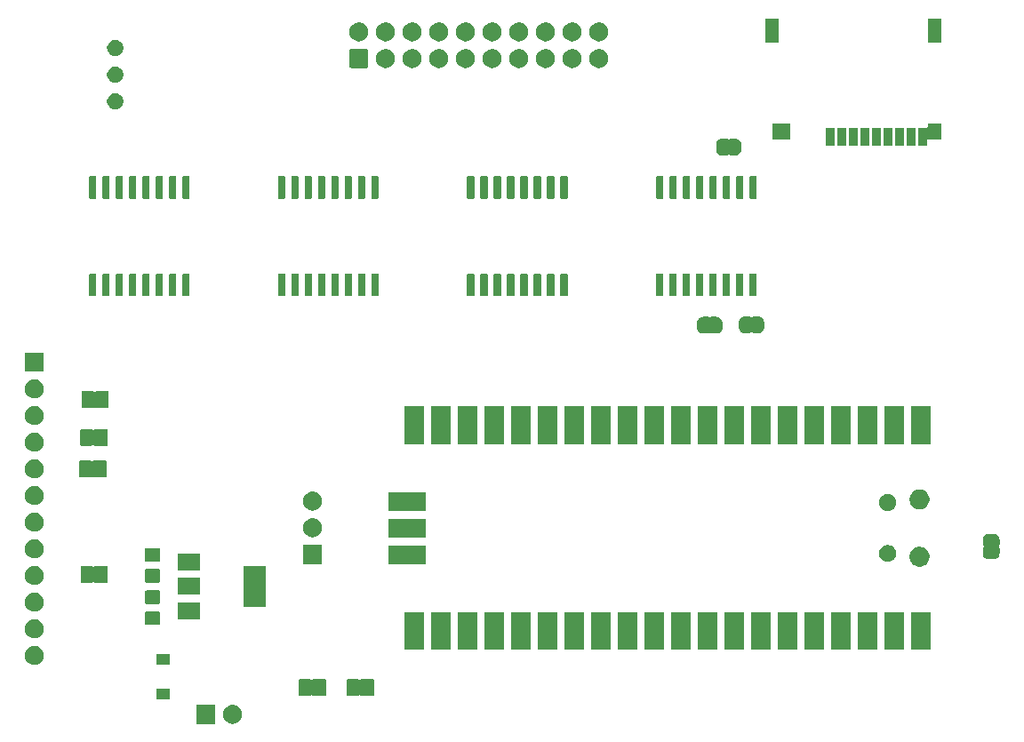
<source format=gbr>
G04 #@! TF.GenerationSoftware,KiCad,Pcbnew,5.1.5+dfsg1-2build2*
G04 #@! TF.CreationDate,2024-05-29T20:17:39+01:00*
G04 #@! TF.ProjectId,desktop_esc,6465736b-746f-4705-9f65-73632e6b6963,rev?*
G04 #@! TF.SameCoordinates,Original*
G04 #@! TF.FileFunction,Soldermask,Top*
G04 #@! TF.FilePolarity,Negative*
%FSLAX46Y46*%
G04 Gerber Fmt 4.6, Leading zero omitted, Abs format (unit mm)*
G04 Created by KiCad (PCBNEW 5.1.5+dfsg1-2build2) date 2024-05-29 20:17:39*
%MOMM*%
%LPD*%
G04 APERTURE LIST*
%ADD10C,0.100000*%
G04 APERTURE END LIST*
D10*
G36*
X118985512Y-129659927D02*
G01*
X119134812Y-129689624D01*
X119298784Y-129757544D01*
X119446354Y-129856147D01*
X119571853Y-129981646D01*
X119670456Y-130129216D01*
X119738376Y-130293188D01*
X119773000Y-130467259D01*
X119773000Y-130644741D01*
X119738376Y-130818812D01*
X119670456Y-130982784D01*
X119571853Y-131130354D01*
X119446354Y-131255853D01*
X119298784Y-131354456D01*
X119134812Y-131422376D01*
X118985512Y-131452073D01*
X118960742Y-131457000D01*
X118783258Y-131457000D01*
X118758488Y-131452073D01*
X118609188Y-131422376D01*
X118445216Y-131354456D01*
X118297646Y-131255853D01*
X118172147Y-131130354D01*
X118073544Y-130982784D01*
X118005624Y-130818812D01*
X117971000Y-130644741D01*
X117971000Y-130467259D01*
X118005624Y-130293188D01*
X118073544Y-130129216D01*
X118172147Y-129981646D01*
X118297646Y-129856147D01*
X118445216Y-129757544D01*
X118609188Y-129689624D01*
X118758488Y-129659927D01*
X118783258Y-129655000D01*
X118960742Y-129655000D01*
X118985512Y-129659927D01*
G37*
G36*
X117233000Y-131457000D02*
G01*
X115431000Y-131457000D01*
X115431000Y-129655000D01*
X117233000Y-129655000D01*
X117233000Y-131457000D01*
G37*
G36*
X112919000Y-129151000D02*
G01*
X111617000Y-129151000D01*
X111617000Y-128149000D01*
X112919000Y-128149000D01*
X112919000Y-129151000D01*
G37*
G36*
X130848999Y-127215737D02*
G01*
X130858608Y-127218652D01*
X130867472Y-127223390D01*
X130875212Y-127229742D01*
X130875213Y-127229743D01*
X130875237Y-127229763D01*
X130881640Y-127237573D01*
X130881677Y-127237628D01*
X130889480Y-127247147D01*
X130889511Y-127247122D01*
X130900853Y-127260972D01*
X130919779Y-127276537D01*
X130941377Y-127288111D01*
X130964819Y-127295249D01*
X130989202Y-127297676D01*
X131013591Y-127295300D01*
X131037047Y-127288211D01*
X131058670Y-127276682D01*
X131077628Y-127261157D01*
X131093193Y-127242231D01*
X131095029Y-127239175D01*
X131096418Y-127237486D01*
X131096419Y-127237484D01*
X131102801Y-127229725D01*
X131110573Y-127223360D01*
X131110575Y-127223358D01*
X131119399Y-127218654D01*
X131119438Y-127218633D01*
X131129055Y-127215727D01*
X131129085Y-127215718D01*
X131145113Y-127214148D01*
X132282860Y-127214148D01*
X132298999Y-127215737D01*
X132308608Y-127218652D01*
X132317472Y-127223390D01*
X132325237Y-127229763D01*
X132331610Y-127237528D01*
X132336348Y-127246392D01*
X132339263Y-127256001D01*
X132340852Y-127272140D01*
X132340852Y-128759860D01*
X132339263Y-128775999D01*
X132336348Y-128785608D01*
X132331610Y-128794472D01*
X132325237Y-128802237D01*
X132317472Y-128808610D01*
X132308608Y-128813348D01*
X132298999Y-128816263D01*
X132282860Y-128817852D01*
X131145140Y-128817852D01*
X131129001Y-128816263D01*
X131119392Y-128813348D01*
X131110528Y-128808610D01*
X131102763Y-128802237D01*
X131092116Y-128789263D01*
X131085947Y-128780032D01*
X131068619Y-128762706D01*
X131048244Y-128749093D01*
X131025605Y-128739717D01*
X131001572Y-128734937D01*
X130977068Y-128734938D01*
X130953035Y-128739720D01*
X130930396Y-128749098D01*
X130910022Y-128762713D01*
X130892696Y-128780041D01*
X130885825Y-128789317D01*
X130881640Y-128794427D01*
X130875275Y-128802199D01*
X130867516Y-128808581D01*
X130858661Y-128813326D01*
X130855623Y-128814251D01*
X130849085Y-128816242D01*
X130849082Y-128816242D01*
X130849050Y-128816252D01*
X130839000Y-128817247D01*
X130838935Y-128817247D01*
X130832825Y-128817852D01*
X129845140Y-128817852D01*
X129829001Y-128816263D01*
X129819392Y-128813348D01*
X129810528Y-128808610D01*
X129802763Y-128802237D01*
X129796390Y-128794472D01*
X129791652Y-128785608D01*
X129788737Y-128775999D01*
X129787148Y-128759860D01*
X129787148Y-127272140D01*
X129788737Y-127256001D01*
X129791652Y-127246392D01*
X129796390Y-127237528D01*
X129802763Y-127229763D01*
X129810528Y-127223390D01*
X129819392Y-127218652D01*
X129829001Y-127215737D01*
X129845140Y-127214148D01*
X130832860Y-127214148D01*
X130848999Y-127215737D01*
G37*
G36*
X126276999Y-127215737D02*
G01*
X126286608Y-127218652D01*
X126295472Y-127223390D01*
X126303212Y-127229742D01*
X126303213Y-127229743D01*
X126303237Y-127229763D01*
X126309640Y-127237573D01*
X126309677Y-127237628D01*
X126317480Y-127247147D01*
X126317511Y-127247122D01*
X126328853Y-127260972D01*
X126347779Y-127276537D01*
X126369377Y-127288111D01*
X126392819Y-127295249D01*
X126417202Y-127297676D01*
X126441591Y-127295300D01*
X126465047Y-127288211D01*
X126486670Y-127276682D01*
X126505628Y-127261157D01*
X126521193Y-127242231D01*
X126523029Y-127239175D01*
X126524418Y-127237486D01*
X126524419Y-127237484D01*
X126530801Y-127229725D01*
X126538573Y-127223360D01*
X126538575Y-127223358D01*
X126547399Y-127218654D01*
X126547438Y-127218633D01*
X126557055Y-127215727D01*
X126557085Y-127215718D01*
X126573113Y-127214148D01*
X127710860Y-127214148D01*
X127726999Y-127215737D01*
X127736608Y-127218652D01*
X127745472Y-127223390D01*
X127753237Y-127229763D01*
X127759610Y-127237528D01*
X127764348Y-127246392D01*
X127767263Y-127256001D01*
X127768852Y-127272140D01*
X127768852Y-128759860D01*
X127767263Y-128775999D01*
X127764348Y-128785608D01*
X127759610Y-128794472D01*
X127753237Y-128802237D01*
X127745472Y-128808610D01*
X127736608Y-128813348D01*
X127726999Y-128816263D01*
X127710860Y-128817852D01*
X126573140Y-128817852D01*
X126557001Y-128816263D01*
X126547392Y-128813348D01*
X126538528Y-128808610D01*
X126530763Y-128802237D01*
X126520116Y-128789263D01*
X126513947Y-128780032D01*
X126496619Y-128762706D01*
X126476244Y-128749093D01*
X126453605Y-128739717D01*
X126429572Y-128734937D01*
X126405068Y-128734938D01*
X126381035Y-128739720D01*
X126358396Y-128749098D01*
X126338022Y-128762713D01*
X126320696Y-128780041D01*
X126313825Y-128789317D01*
X126309640Y-128794427D01*
X126303275Y-128802199D01*
X126295516Y-128808581D01*
X126286661Y-128813326D01*
X126283623Y-128814251D01*
X126277085Y-128816242D01*
X126277082Y-128816242D01*
X126277050Y-128816252D01*
X126267000Y-128817247D01*
X126266935Y-128817247D01*
X126260825Y-128817852D01*
X125273140Y-128817852D01*
X125257001Y-128816263D01*
X125247392Y-128813348D01*
X125238528Y-128808610D01*
X125230763Y-128802237D01*
X125224390Y-128794472D01*
X125219652Y-128785608D01*
X125216737Y-128775999D01*
X125215148Y-128759860D01*
X125215148Y-127272140D01*
X125216737Y-127256001D01*
X125219652Y-127246392D01*
X125224390Y-127237528D01*
X125230763Y-127229763D01*
X125238528Y-127223390D01*
X125247392Y-127218652D01*
X125257001Y-127215737D01*
X125273140Y-127214148D01*
X126260860Y-127214148D01*
X126276999Y-127215737D01*
G37*
G36*
X112919000Y-125851000D02*
G01*
X111617000Y-125851000D01*
X111617000Y-124849000D01*
X112919000Y-124849000D01*
X112919000Y-125851000D01*
G37*
G36*
X100113512Y-124043927D02*
G01*
X100262812Y-124073624D01*
X100426784Y-124141544D01*
X100574354Y-124240147D01*
X100699853Y-124365646D01*
X100798456Y-124513216D01*
X100866376Y-124677188D01*
X100901000Y-124851259D01*
X100901000Y-125028741D01*
X100866376Y-125202812D01*
X100798456Y-125366784D01*
X100699853Y-125514354D01*
X100574354Y-125639853D01*
X100426784Y-125738456D01*
X100262812Y-125806376D01*
X100113512Y-125836073D01*
X100088742Y-125841000D01*
X99911258Y-125841000D01*
X99886488Y-125836073D01*
X99737188Y-125806376D01*
X99573216Y-125738456D01*
X99425646Y-125639853D01*
X99300147Y-125514354D01*
X99201544Y-125366784D01*
X99133624Y-125202812D01*
X99099000Y-125028741D01*
X99099000Y-124851259D01*
X99133624Y-124677188D01*
X99201544Y-124513216D01*
X99300147Y-124365646D01*
X99425646Y-124240147D01*
X99573216Y-124141544D01*
X99737188Y-124073624D01*
X99886488Y-124043927D01*
X99911258Y-124039000D01*
X100088742Y-124039000D01*
X100113512Y-124043927D01*
G37*
G36*
X139611000Y-124391000D02*
G01*
X137809000Y-124391000D01*
X137809000Y-120789000D01*
X139611000Y-120789000D01*
X139611000Y-124391000D01*
G37*
G36*
X137071000Y-124391000D02*
G01*
X135269000Y-124391000D01*
X135269000Y-120789000D01*
X137071000Y-120789000D01*
X137071000Y-124391000D01*
G37*
G36*
X142151000Y-124391000D02*
G01*
X140349000Y-124391000D01*
X140349000Y-120789000D01*
X142151000Y-120789000D01*
X142151000Y-124391000D01*
G37*
G36*
X144691000Y-124391000D02*
G01*
X142889000Y-124391000D01*
X142889000Y-120789000D01*
X144691000Y-120789000D01*
X144691000Y-124391000D01*
G37*
G36*
X147231000Y-124391000D02*
G01*
X145429000Y-124391000D01*
X145429000Y-120789000D01*
X147231000Y-120789000D01*
X147231000Y-124391000D01*
G37*
G36*
X149771000Y-124391000D02*
G01*
X147969000Y-124391000D01*
X147969000Y-120789000D01*
X149771000Y-120789000D01*
X149771000Y-124391000D01*
G37*
G36*
X152311000Y-124391000D02*
G01*
X150509000Y-124391000D01*
X150509000Y-120789000D01*
X152311000Y-120789000D01*
X152311000Y-124391000D01*
G37*
G36*
X154851000Y-124391000D02*
G01*
X153049000Y-124391000D01*
X153049000Y-120789000D01*
X154851000Y-120789000D01*
X154851000Y-124391000D01*
G37*
G36*
X157391000Y-124391000D02*
G01*
X155589000Y-124391000D01*
X155589000Y-120789000D01*
X157391000Y-120789000D01*
X157391000Y-124391000D01*
G37*
G36*
X159931000Y-124391000D02*
G01*
X158129000Y-124391000D01*
X158129000Y-120789000D01*
X159931000Y-120789000D01*
X159931000Y-124391000D01*
G37*
G36*
X165011000Y-124391000D02*
G01*
X163209000Y-124391000D01*
X163209000Y-120789000D01*
X165011000Y-120789000D01*
X165011000Y-124391000D01*
G37*
G36*
X167551000Y-124391000D02*
G01*
X165749000Y-124391000D01*
X165749000Y-120789000D01*
X167551000Y-120789000D01*
X167551000Y-124391000D01*
G37*
G36*
X170091000Y-124391000D02*
G01*
X168289000Y-124391000D01*
X168289000Y-120789000D01*
X170091000Y-120789000D01*
X170091000Y-124391000D01*
G37*
G36*
X172631000Y-124391000D02*
G01*
X170829000Y-124391000D01*
X170829000Y-120789000D01*
X172631000Y-120789000D01*
X172631000Y-124391000D01*
G37*
G36*
X175171000Y-124391000D02*
G01*
X173369000Y-124391000D01*
X173369000Y-120789000D01*
X175171000Y-120789000D01*
X175171000Y-124391000D01*
G37*
G36*
X177711000Y-124391000D02*
G01*
X175909000Y-124391000D01*
X175909000Y-120789000D01*
X177711000Y-120789000D01*
X177711000Y-124391000D01*
G37*
G36*
X182791000Y-124391000D02*
G01*
X180989000Y-124391000D01*
X180989000Y-120789000D01*
X182791000Y-120789000D01*
X182791000Y-124391000D01*
G37*
G36*
X180251000Y-124391000D02*
G01*
X178449000Y-124391000D01*
X178449000Y-120789000D01*
X180251000Y-120789000D01*
X180251000Y-124391000D01*
G37*
G36*
X185331000Y-124391000D02*
G01*
X183529000Y-124391000D01*
X183529000Y-120789000D01*
X185331000Y-120789000D01*
X185331000Y-124391000D01*
G37*
G36*
X162471000Y-124391000D02*
G01*
X160669000Y-124391000D01*
X160669000Y-120789000D01*
X162471000Y-120789000D01*
X162471000Y-124391000D01*
G37*
G36*
X100113512Y-121503927D02*
G01*
X100262812Y-121533624D01*
X100426784Y-121601544D01*
X100574354Y-121700147D01*
X100699853Y-121825646D01*
X100798456Y-121973216D01*
X100866376Y-122137188D01*
X100901000Y-122311259D01*
X100901000Y-122488741D01*
X100866376Y-122662812D01*
X100798456Y-122826784D01*
X100699853Y-122974354D01*
X100574354Y-123099853D01*
X100426784Y-123198456D01*
X100262812Y-123266376D01*
X100113512Y-123296073D01*
X100088742Y-123301000D01*
X99911258Y-123301000D01*
X99886488Y-123296073D01*
X99737188Y-123266376D01*
X99573216Y-123198456D01*
X99425646Y-123099853D01*
X99300147Y-122974354D01*
X99201544Y-122826784D01*
X99133624Y-122662812D01*
X99099000Y-122488741D01*
X99099000Y-122311259D01*
X99133624Y-122137188D01*
X99201544Y-121973216D01*
X99300147Y-121825646D01*
X99425646Y-121700147D01*
X99573216Y-121601544D01*
X99737188Y-121533624D01*
X99886488Y-121503927D01*
X99911258Y-121499000D01*
X100088742Y-121499000D01*
X100113512Y-121503927D01*
G37*
G36*
X111843242Y-120749404D02*
G01*
X111880337Y-120760657D01*
X111914515Y-120778925D01*
X111944481Y-120803519D01*
X111969075Y-120833485D01*
X111987343Y-120867663D01*
X111998596Y-120904758D01*
X112003000Y-120949474D01*
X112003000Y-121842526D01*
X111998596Y-121887242D01*
X111987343Y-121924337D01*
X111969075Y-121958515D01*
X111944481Y-121988481D01*
X111914515Y-122013075D01*
X111880337Y-122031343D01*
X111843242Y-122042596D01*
X111798526Y-122047000D01*
X110705474Y-122047000D01*
X110660758Y-122042596D01*
X110623663Y-122031343D01*
X110589485Y-122013075D01*
X110559519Y-121988481D01*
X110534925Y-121958515D01*
X110516657Y-121924337D01*
X110505404Y-121887242D01*
X110501000Y-121842526D01*
X110501000Y-120949474D01*
X110505404Y-120904758D01*
X110516657Y-120867663D01*
X110534925Y-120833485D01*
X110559519Y-120803519D01*
X110589485Y-120778925D01*
X110623663Y-120760657D01*
X110660758Y-120749404D01*
X110705474Y-120745000D01*
X111798526Y-120745000D01*
X111843242Y-120749404D01*
G37*
G36*
X115757000Y-121465000D02*
G01*
X113655000Y-121465000D01*
X113655000Y-119863000D01*
X115757000Y-119863000D01*
X115757000Y-121465000D01*
G37*
G36*
X100110515Y-118963331D02*
G01*
X100262812Y-118993624D01*
X100426784Y-119061544D01*
X100574354Y-119160147D01*
X100699853Y-119285646D01*
X100798456Y-119433216D01*
X100866376Y-119597188D01*
X100901000Y-119771259D01*
X100901000Y-119948741D01*
X100866376Y-120122812D01*
X100798456Y-120286784D01*
X100699853Y-120434354D01*
X100574354Y-120559853D01*
X100426784Y-120658456D01*
X100262812Y-120726376D01*
X100113512Y-120756073D01*
X100088742Y-120761000D01*
X99911258Y-120761000D01*
X99886488Y-120756073D01*
X99737188Y-120726376D01*
X99573216Y-120658456D01*
X99425646Y-120559853D01*
X99300147Y-120434354D01*
X99201544Y-120286784D01*
X99133624Y-120122812D01*
X99099000Y-119948741D01*
X99099000Y-119771259D01*
X99133624Y-119597188D01*
X99201544Y-119433216D01*
X99300147Y-119285646D01*
X99425646Y-119160147D01*
X99573216Y-119061544D01*
X99737188Y-118993624D01*
X99889485Y-118963331D01*
X99911258Y-118959000D01*
X100088742Y-118959000D01*
X100110515Y-118963331D01*
G37*
G36*
X122057000Y-120315000D02*
G01*
X119955000Y-120315000D01*
X119955000Y-116413000D01*
X122057000Y-116413000D01*
X122057000Y-120315000D01*
G37*
G36*
X111843242Y-118749404D02*
G01*
X111880337Y-118760657D01*
X111914515Y-118778925D01*
X111944481Y-118803519D01*
X111969075Y-118833485D01*
X111987343Y-118867663D01*
X111998596Y-118904758D01*
X112003000Y-118949474D01*
X112003000Y-119842526D01*
X111998596Y-119887242D01*
X111987343Y-119924337D01*
X111969075Y-119958515D01*
X111944481Y-119988481D01*
X111914515Y-120013075D01*
X111880337Y-120031343D01*
X111843242Y-120042596D01*
X111798526Y-120047000D01*
X110705474Y-120047000D01*
X110660758Y-120042596D01*
X110623663Y-120031343D01*
X110589485Y-120013075D01*
X110559519Y-119988481D01*
X110534925Y-119958515D01*
X110516657Y-119924337D01*
X110505404Y-119887242D01*
X110501000Y-119842526D01*
X110501000Y-118949474D01*
X110505404Y-118904758D01*
X110516657Y-118867663D01*
X110534925Y-118833485D01*
X110559519Y-118803519D01*
X110589485Y-118778925D01*
X110623663Y-118760657D01*
X110660758Y-118749404D01*
X110705474Y-118745000D01*
X111798526Y-118745000D01*
X111843242Y-118749404D01*
G37*
G36*
X115757000Y-119165000D02*
G01*
X113655000Y-119165000D01*
X113655000Y-117563000D01*
X115757000Y-117563000D01*
X115757000Y-119165000D01*
G37*
G36*
X100097474Y-116420737D02*
G01*
X100262812Y-116453624D01*
X100426784Y-116521544D01*
X100574354Y-116620147D01*
X100699853Y-116745646D01*
X100798456Y-116893216D01*
X100866376Y-117057188D01*
X100893305Y-117192573D01*
X100900959Y-117231050D01*
X100901000Y-117231259D01*
X100901000Y-117408741D01*
X100866376Y-117582812D01*
X100798456Y-117746784D01*
X100699853Y-117894354D01*
X100574354Y-118019853D01*
X100426784Y-118118456D01*
X100262812Y-118186376D01*
X100113512Y-118216073D01*
X100088742Y-118221000D01*
X99911258Y-118221000D01*
X99886488Y-118216073D01*
X99737188Y-118186376D01*
X99573216Y-118118456D01*
X99425646Y-118019853D01*
X99300147Y-117894354D01*
X99201544Y-117746784D01*
X99133624Y-117582812D01*
X99099000Y-117408741D01*
X99099000Y-117231259D01*
X99099042Y-117231050D01*
X99106695Y-117192573D01*
X99133624Y-117057188D01*
X99201544Y-116893216D01*
X99300147Y-116745646D01*
X99425646Y-116620147D01*
X99573216Y-116521544D01*
X99737188Y-116453624D01*
X99902526Y-116420737D01*
X99911258Y-116419000D01*
X100088742Y-116419000D01*
X100097474Y-116420737D01*
G37*
G36*
X105475839Y-116420737D02*
G01*
X105485448Y-116423652D01*
X105494312Y-116428390D01*
X105502052Y-116434742D01*
X105502053Y-116434743D01*
X105502077Y-116434763D01*
X105508480Y-116442573D01*
X105508517Y-116442628D01*
X105516320Y-116452147D01*
X105516351Y-116452122D01*
X105527693Y-116465972D01*
X105546619Y-116481537D01*
X105568217Y-116493111D01*
X105591659Y-116500249D01*
X105616042Y-116502676D01*
X105640431Y-116500300D01*
X105663887Y-116493211D01*
X105685510Y-116481682D01*
X105704468Y-116466157D01*
X105720033Y-116447231D01*
X105721869Y-116444175D01*
X105723258Y-116442486D01*
X105723259Y-116442484D01*
X105729641Y-116434725D01*
X105737413Y-116428360D01*
X105737415Y-116428358D01*
X105746239Y-116423654D01*
X105746278Y-116423633D01*
X105755895Y-116420727D01*
X105755925Y-116420718D01*
X105771953Y-116419148D01*
X106909700Y-116419148D01*
X106925839Y-116420737D01*
X106935448Y-116423652D01*
X106944312Y-116428390D01*
X106952077Y-116434763D01*
X106958450Y-116442528D01*
X106963188Y-116451392D01*
X106966103Y-116461001D01*
X106967692Y-116477140D01*
X106967692Y-117964860D01*
X106966103Y-117980999D01*
X106963188Y-117990608D01*
X106958450Y-117999472D01*
X106952077Y-118007237D01*
X106944312Y-118013610D01*
X106935448Y-118018348D01*
X106925839Y-118021263D01*
X106909700Y-118022852D01*
X105771980Y-118022852D01*
X105755841Y-118021263D01*
X105746232Y-118018348D01*
X105737368Y-118013610D01*
X105729603Y-118007237D01*
X105718956Y-117994263D01*
X105712787Y-117985032D01*
X105695459Y-117967706D01*
X105675084Y-117954093D01*
X105652445Y-117944717D01*
X105628412Y-117939937D01*
X105603908Y-117939938D01*
X105579875Y-117944720D01*
X105557236Y-117954098D01*
X105536862Y-117967713D01*
X105519536Y-117985041D01*
X105512665Y-117994317D01*
X105508480Y-117999427D01*
X105502115Y-118007199D01*
X105494356Y-118013581D01*
X105485501Y-118018326D01*
X105482463Y-118019251D01*
X105475925Y-118021242D01*
X105475922Y-118021242D01*
X105475890Y-118021252D01*
X105465840Y-118022247D01*
X105465775Y-118022247D01*
X105459665Y-118022852D01*
X104471980Y-118022852D01*
X104455841Y-118021263D01*
X104446232Y-118018348D01*
X104437368Y-118013610D01*
X104429603Y-118007237D01*
X104423230Y-117999472D01*
X104418492Y-117990608D01*
X104415577Y-117980999D01*
X104413988Y-117964860D01*
X104413988Y-116477140D01*
X104415577Y-116461001D01*
X104418492Y-116451392D01*
X104423230Y-116442528D01*
X104429603Y-116434763D01*
X104437368Y-116428390D01*
X104446232Y-116423652D01*
X104455841Y-116420737D01*
X104471980Y-116419148D01*
X105459700Y-116419148D01*
X105475839Y-116420737D01*
G37*
G36*
X111843242Y-116701404D02*
G01*
X111880337Y-116712657D01*
X111914515Y-116730925D01*
X111944481Y-116755519D01*
X111969075Y-116785485D01*
X111987343Y-116819663D01*
X111998596Y-116856758D01*
X112003000Y-116901474D01*
X112003000Y-117794526D01*
X111998596Y-117839242D01*
X111987343Y-117876337D01*
X111969075Y-117910515D01*
X111944481Y-117940481D01*
X111914515Y-117965075D01*
X111880337Y-117983343D01*
X111843242Y-117994596D01*
X111798526Y-117999000D01*
X110705474Y-117999000D01*
X110660758Y-117994596D01*
X110623663Y-117983343D01*
X110589485Y-117965075D01*
X110559519Y-117940481D01*
X110534925Y-117910515D01*
X110516657Y-117876337D01*
X110505404Y-117839242D01*
X110501000Y-117794526D01*
X110501000Y-116901474D01*
X110505404Y-116856758D01*
X110516657Y-116819663D01*
X110534925Y-116785485D01*
X110559519Y-116755519D01*
X110589485Y-116730925D01*
X110623663Y-116712657D01*
X110660758Y-116701404D01*
X110705474Y-116697000D01*
X111798526Y-116697000D01*
X111843242Y-116701404D01*
G37*
G36*
X115757000Y-116865000D02*
G01*
X113655000Y-116865000D01*
X113655000Y-115263000D01*
X115757000Y-115263000D01*
X115757000Y-116865000D01*
G37*
G36*
X184577395Y-114610546D02*
G01*
X184750466Y-114682234D01*
X184779156Y-114701404D01*
X184906227Y-114786310D01*
X185038690Y-114918773D01*
X185091081Y-114997182D01*
X185142766Y-115074534D01*
X185214454Y-115247605D01*
X185251000Y-115431333D01*
X185251000Y-115618667D01*
X185214454Y-115802395D01*
X185142766Y-115975466D01*
X185129568Y-115995218D01*
X185038690Y-116131227D01*
X184906227Y-116263690D01*
X184827818Y-116316081D01*
X184750466Y-116367766D01*
X184577395Y-116439454D01*
X184393667Y-116476000D01*
X184206333Y-116476000D01*
X184022605Y-116439454D01*
X183849534Y-116367766D01*
X183772182Y-116316081D01*
X183693773Y-116263690D01*
X183561310Y-116131227D01*
X183470432Y-115995218D01*
X183457234Y-115975466D01*
X183385546Y-115802395D01*
X183349000Y-115618667D01*
X183349000Y-115431333D01*
X183385546Y-115247605D01*
X183457234Y-115074534D01*
X183508919Y-114997182D01*
X183561310Y-114918773D01*
X183693773Y-114786310D01*
X183820844Y-114701404D01*
X183849534Y-114682234D01*
X184022605Y-114610546D01*
X184206333Y-114574000D01*
X184393667Y-114574000D01*
X184577395Y-114610546D01*
G37*
G36*
X137301000Y-116241000D02*
G01*
X133699000Y-116241000D01*
X133699000Y-114439000D01*
X137301000Y-114439000D01*
X137301000Y-116241000D01*
G37*
G36*
X127393000Y-116217000D02*
G01*
X125591000Y-116217000D01*
X125591000Y-114415000D01*
X127393000Y-114415000D01*
X127393000Y-116217000D01*
G37*
G36*
X181503642Y-114454781D02*
G01*
X181649414Y-114515162D01*
X181649416Y-114515163D01*
X181780608Y-114602822D01*
X181892178Y-114714392D01*
X181961106Y-114817551D01*
X181979838Y-114845586D01*
X182040219Y-114991358D01*
X182071000Y-115146107D01*
X182071000Y-115303893D01*
X182040219Y-115458642D01*
X181979838Y-115604414D01*
X181979837Y-115604416D01*
X181892178Y-115735608D01*
X181780608Y-115847178D01*
X181649416Y-115934837D01*
X181649415Y-115934838D01*
X181649414Y-115934838D01*
X181503642Y-115995219D01*
X181348893Y-116026000D01*
X181191107Y-116026000D01*
X181036358Y-115995219D01*
X180890586Y-115934838D01*
X180890585Y-115934838D01*
X180890584Y-115934837D01*
X180759392Y-115847178D01*
X180647822Y-115735608D01*
X180560163Y-115604416D01*
X180560162Y-115604414D01*
X180499781Y-115458642D01*
X180469000Y-115303893D01*
X180469000Y-115146107D01*
X180499781Y-114991358D01*
X180560162Y-114845586D01*
X180578894Y-114817551D01*
X180647822Y-114714392D01*
X180759392Y-114602822D01*
X180890584Y-114515163D01*
X180890586Y-114515162D01*
X181036358Y-114454781D01*
X181191107Y-114424000D01*
X181348893Y-114424000D01*
X181503642Y-114454781D01*
G37*
G36*
X111843242Y-114701404D02*
G01*
X111880337Y-114712657D01*
X111914515Y-114730925D01*
X111944481Y-114755519D01*
X111969075Y-114785485D01*
X111987343Y-114819663D01*
X111998596Y-114856758D01*
X112003000Y-114901474D01*
X112003000Y-115794526D01*
X111998596Y-115839242D01*
X111987343Y-115876337D01*
X111969075Y-115910515D01*
X111944481Y-115940481D01*
X111914515Y-115965075D01*
X111880337Y-115983343D01*
X111843242Y-115994596D01*
X111798526Y-115999000D01*
X110705474Y-115999000D01*
X110660758Y-115994596D01*
X110623663Y-115983343D01*
X110589485Y-115965075D01*
X110559519Y-115940481D01*
X110534925Y-115910515D01*
X110516657Y-115876337D01*
X110505404Y-115839242D01*
X110501000Y-115794526D01*
X110501000Y-114901474D01*
X110505404Y-114856758D01*
X110516657Y-114819663D01*
X110534925Y-114785485D01*
X110559519Y-114755519D01*
X110589485Y-114730925D01*
X110623663Y-114712657D01*
X110660758Y-114701404D01*
X110705474Y-114697000D01*
X111798526Y-114697000D01*
X111843242Y-114701404D01*
G37*
G36*
X191397199Y-113353954D02*
G01*
X191409450Y-113354556D01*
X191427869Y-113354556D01*
X191450149Y-113356750D01*
X191534233Y-113373476D01*
X191555660Y-113379976D01*
X191634858Y-113412780D01*
X191640303Y-113415691D01*
X191640309Y-113415693D01*
X191649169Y-113420429D01*
X191649173Y-113420432D01*
X191654614Y-113423340D01*
X191725899Y-113470971D01*
X191743204Y-113485172D01*
X191803828Y-113545796D01*
X191818029Y-113563101D01*
X191865660Y-113634386D01*
X191868568Y-113639827D01*
X191868571Y-113639831D01*
X191873307Y-113648691D01*
X191873309Y-113648697D01*
X191876220Y-113654142D01*
X191909024Y-113733340D01*
X191915524Y-113754767D01*
X191932250Y-113838851D01*
X191934444Y-113861131D01*
X191934444Y-113879550D01*
X191935046Y-113891801D01*
X191936852Y-113910139D01*
X191936852Y-114397860D01*
X191935263Y-114413999D01*
X191932348Y-114423608D01*
X191927610Y-114432472D01*
X191921237Y-114440237D01*
X191908794Y-114450448D01*
X191898425Y-114457378D01*
X191881098Y-114474705D01*
X191867485Y-114495080D01*
X191858109Y-114517720D01*
X191853329Y-114541753D01*
X191853330Y-114566257D01*
X191858112Y-114590290D01*
X191867490Y-114612929D01*
X191881105Y-114633302D01*
X191898432Y-114650629D01*
X191908802Y-114657558D01*
X191921237Y-114667763D01*
X191927610Y-114675528D01*
X191932348Y-114684392D01*
X191935263Y-114694001D01*
X191936852Y-114710140D01*
X191936852Y-115197862D01*
X191935046Y-115216199D01*
X191934444Y-115228450D01*
X191934444Y-115246869D01*
X191932250Y-115269149D01*
X191915524Y-115353233D01*
X191909024Y-115374660D01*
X191876220Y-115453858D01*
X191873309Y-115459303D01*
X191873307Y-115459309D01*
X191868571Y-115468169D01*
X191868568Y-115468173D01*
X191865660Y-115473614D01*
X191818029Y-115544899D01*
X191803828Y-115562204D01*
X191743204Y-115622828D01*
X191725899Y-115637029D01*
X191654614Y-115684660D01*
X191649173Y-115687568D01*
X191649169Y-115687571D01*
X191640309Y-115692307D01*
X191640303Y-115692309D01*
X191634858Y-115695220D01*
X191555660Y-115728024D01*
X191534233Y-115734524D01*
X191450149Y-115751250D01*
X191427869Y-115753444D01*
X191409450Y-115753444D01*
X191397199Y-115754046D01*
X191378862Y-115755852D01*
X190891138Y-115755852D01*
X190872801Y-115754046D01*
X190860550Y-115753444D01*
X190842131Y-115753444D01*
X190819851Y-115751250D01*
X190735767Y-115734524D01*
X190714340Y-115728024D01*
X190635142Y-115695220D01*
X190629697Y-115692309D01*
X190629691Y-115692307D01*
X190620831Y-115687571D01*
X190620827Y-115687568D01*
X190615386Y-115684660D01*
X190544101Y-115637029D01*
X190526796Y-115622828D01*
X190466172Y-115562204D01*
X190451971Y-115544899D01*
X190404340Y-115473614D01*
X190401432Y-115468173D01*
X190401429Y-115468169D01*
X190396693Y-115459309D01*
X190396691Y-115459303D01*
X190393780Y-115453858D01*
X190360976Y-115374660D01*
X190354476Y-115353233D01*
X190337750Y-115269149D01*
X190335556Y-115246869D01*
X190335556Y-115228450D01*
X190334954Y-115216199D01*
X190333148Y-115197862D01*
X190333148Y-114710140D01*
X190334737Y-114694001D01*
X190337652Y-114684392D01*
X190342390Y-114675528D01*
X190348763Y-114667763D01*
X190361206Y-114657552D01*
X190371575Y-114650622D01*
X190388902Y-114633295D01*
X190402515Y-114612920D01*
X190411891Y-114590280D01*
X190416671Y-114566247D01*
X190416670Y-114541743D01*
X190411888Y-114517710D01*
X190402510Y-114495071D01*
X190388895Y-114474698D01*
X190371568Y-114457371D01*
X190361198Y-114450442D01*
X190348763Y-114440237D01*
X190342390Y-114432472D01*
X190337652Y-114423608D01*
X190334737Y-114413999D01*
X190333148Y-114397860D01*
X190333148Y-113910139D01*
X190334954Y-113891801D01*
X190335556Y-113879550D01*
X190335556Y-113861131D01*
X190337750Y-113838851D01*
X190354476Y-113754767D01*
X190360976Y-113733340D01*
X190393780Y-113654142D01*
X190396691Y-113648697D01*
X190396693Y-113648691D01*
X190401429Y-113639831D01*
X190401432Y-113639827D01*
X190404340Y-113634386D01*
X190451971Y-113563101D01*
X190466172Y-113545796D01*
X190526796Y-113485172D01*
X190544101Y-113470971D01*
X190615386Y-113423340D01*
X190620827Y-113420432D01*
X190620831Y-113420429D01*
X190629691Y-113415693D01*
X190629697Y-113415691D01*
X190635142Y-113412780D01*
X190714340Y-113379976D01*
X190735767Y-113373476D01*
X190819851Y-113356750D01*
X190842131Y-113354556D01*
X190860550Y-113354556D01*
X190872801Y-113353954D01*
X190891139Y-113352148D01*
X191378861Y-113352148D01*
X191397199Y-113353954D01*
G37*
G36*
X100113512Y-113883927D02*
G01*
X100262812Y-113913624D01*
X100426784Y-113981544D01*
X100574354Y-114080147D01*
X100699853Y-114205646D01*
X100798456Y-114353216D01*
X100866376Y-114517188D01*
X100901000Y-114691259D01*
X100901000Y-114868741D01*
X100866376Y-115042812D01*
X100798456Y-115206784D01*
X100699853Y-115354354D01*
X100574354Y-115479853D01*
X100426784Y-115578456D01*
X100262812Y-115646376D01*
X100113512Y-115676073D01*
X100088742Y-115681000D01*
X99911258Y-115681000D01*
X99886488Y-115676073D01*
X99737188Y-115646376D01*
X99573216Y-115578456D01*
X99425646Y-115479853D01*
X99300147Y-115354354D01*
X99201544Y-115206784D01*
X99133624Y-115042812D01*
X99099000Y-114868741D01*
X99099000Y-114691259D01*
X99133624Y-114517188D01*
X99201544Y-114353216D01*
X99300147Y-114205646D01*
X99425646Y-114080147D01*
X99573216Y-113981544D01*
X99737188Y-113913624D01*
X99886488Y-113883927D01*
X99911258Y-113879000D01*
X100088742Y-113879000D01*
X100113512Y-113883927D01*
G37*
G36*
X137301000Y-113701000D02*
G01*
X133699000Y-113701000D01*
X133699000Y-111899000D01*
X137301000Y-111899000D01*
X137301000Y-113701000D01*
G37*
G36*
X126605512Y-111879927D02*
G01*
X126754812Y-111909624D01*
X126918784Y-111977544D01*
X127066354Y-112076147D01*
X127191853Y-112201646D01*
X127290456Y-112349216D01*
X127358376Y-112513188D01*
X127393000Y-112687259D01*
X127393000Y-112864741D01*
X127358376Y-113038812D01*
X127290456Y-113202784D01*
X127191853Y-113350354D01*
X127066354Y-113475853D01*
X126918784Y-113574456D01*
X126754812Y-113642376D01*
X126605512Y-113672073D01*
X126580742Y-113677000D01*
X126403258Y-113677000D01*
X126378488Y-113672073D01*
X126229188Y-113642376D01*
X126065216Y-113574456D01*
X125917646Y-113475853D01*
X125792147Y-113350354D01*
X125693544Y-113202784D01*
X125625624Y-113038812D01*
X125591000Y-112864741D01*
X125591000Y-112687259D01*
X125625624Y-112513188D01*
X125693544Y-112349216D01*
X125792147Y-112201646D01*
X125917646Y-112076147D01*
X126065216Y-111977544D01*
X126229188Y-111909624D01*
X126378488Y-111879927D01*
X126403258Y-111875000D01*
X126580742Y-111875000D01*
X126605512Y-111879927D01*
G37*
G36*
X100113512Y-111343927D02*
G01*
X100262812Y-111373624D01*
X100426784Y-111441544D01*
X100574354Y-111540147D01*
X100699853Y-111665646D01*
X100798456Y-111813216D01*
X100866376Y-111977188D01*
X100901000Y-112151259D01*
X100901000Y-112328741D01*
X100866376Y-112502812D01*
X100798456Y-112666784D01*
X100699853Y-112814354D01*
X100574354Y-112939853D01*
X100426784Y-113038456D01*
X100262812Y-113106376D01*
X100113512Y-113136073D01*
X100088742Y-113141000D01*
X99911258Y-113141000D01*
X99886488Y-113136073D01*
X99737188Y-113106376D01*
X99573216Y-113038456D01*
X99425646Y-112939853D01*
X99300147Y-112814354D01*
X99201544Y-112666784D01*
X99133624Y-112502812D01*
X99099000Y-112328741D01*
X99099000Y-112151259D01*
X99133624Y-111977188D01*
X99201544Y-111813216D01*
X99300147Y-111665646D01*
X99425646Y-111540147D01*
X99573216Y-111441544D01*
X99737188Y-111373624D01*
X99886488Y-111343927D01*
X99911258Y-111339000D01*
X100088742Y-111339000D01*
X100113512Y-111343927D01*
G37*
G36*
X181503642Y-109604781D02*
G01*
X181640928Y-109661647D01*
X181649416Y-109665163D01*
X181780608Y-109752822D01*
X181892178Y-109864392D01*
X181970316Y-109981335D01*
X181979838Y-109995586D01*
X182040219Y-110141358D01*
X182071000Y-110296107D01*
X182071000Y-110453893D01*
X182040219Y-110608642D01*
X182010154Y-110681225D01*
X181979837Y-110754416D01*
X181892178Y-110885608D01*
X181780608Y-110997178D01*
X181649416Y-111084837D01*
X181649415Y-111084838D01*
X181649414Y-111084838D01*
X181503642Y-111145219D01*
X181348893Y-111176000D01*
X181191107Y-111176000D01*
X181036358Y-111145219D01*
X180890586Y-111084838D01*
X180890585Y-111084838D01*
X180890584Y-111084837D01*
X180759392Y-110997178D01*
X180647822Y-110885608D01*
X180560163Y-110754416D01*
X180529846Y-110681225D01*
X180499781Y-110608642D01*
X180469000Y-110453893D01*
X180469000Y-110296107D01*
X180499781Y-110141358D01*
X180560162Y-109995586D01*
X180569684Y-109981335D01*
X180647822Y-109864392D01*
X180759392Y-109752822D01*
X180890584Y-109665163D01*
X180899072Y-109661647D01*
X181036358Y-109604781D01*
X181191107Y-109574000D01*
X181348893Y-109574000D01*
X181503642Y-109604781D01*
G37*
G36*
X137301000Y-111161000D02*
G01*
X133699000Y-111161000D01*
X133699000Y-109359000D01*
X137301000Y-109359000D01*
X137301000Y-111161000D01*
G37*
G36*
X126605512Y-109339927D02*
G01*
X126754812Y-109369624D01*
X126918784Y-109437544D01*
X127066354Y-109536147D01*
X127191853Y-109661646D01*
X127290456Y-109809216D01*
X127358376Y-109973188D01*
X127393000Y-110147259D01*
X127393000Y-110324741D01*
X127358376Y-110498812D01*
X127290456Y-110662784D01*
X127191853Y-110810354D01*
X127066354Y-110935853D01*
X126918784Y-111034456D01*
X126754812Y-111102376D01*
X126605512Y-111132073D01*
X126580742Y-111137000D01*
X126403258Y-111137000D01*
X126378488Y-111132073D01*
X126229188Y-111102376D01*
X126065216Y-111034456D01*
X125917646Y-110935853D01*
X125792147Y-110810354D01*
X125693544Y-110662784D01*
X125625624Y-110498812D01*
X125591000Y-110324741D01*
X125591000Y-110147259D01*
X125625624Y-109973188D01*
X125693544Y-109809216D01*
X125792147Y-109661646D01*
X125917646Y-109536147D01*
X126065216Y-109437544D01*
X126229188Y-109369624D01*
X126378488Y-109339927D01*
X126403258Y-109335000D01*
X126580742Y-109335000D01*
X126605512Y-109339927D01*
G37*
G36*
X184577395Y-109160546D02*
G01*
X184750466Y-109232234D01*
X184750467Y-109232235D01*
X184906227Y-109336310D01*
X185038690Y-109468773D01*
X185038691Y-109468775D01*
X185142766Y-109624534D01*
X185214454Y-109797605D01*
X185251000Y-109981333D01*
X185251000Y-110168667D01*
X185214454Y-110352395D01*
X185142766Y-110525466D01*
X185142765Y-110525467D01*
X185038690Y-110681227D01*
X184906227Y-110813690D01*
X184875301Y-110834354D01*
X184750466Y-110917766D01*
X184577395Y-110989454D01*
X184393667Y-111026000D01*
X184206333Y-111026000D01*
X184022605Y-110989454D01*
X183849534Y-110917766D01*
X183724699Y-110834354D01*
X183693773Y-110813690D01*
X183561310Y-110681227D01*
X183457235Y-110525467D01*
X183457234Y-110525466D01*
X183385546Y-110352395D01*
X183349000Y-110168667D01*
X183349000Y-109981333D01*
X183385546Y-109797605D01*
X183457234Y-109624534D01*
X183561309Y-109468775D01*
X183561310Y-109468773D01*
X183693773Y-109336310D01*
X183849533Y-109232235D01*
X183849534Y-109232234D01*
X184022605Y-109160546D01*
X184206333Y-109124000D01*
X184393667Y-109124000D01*
X184577395Y-109160546D01*
G37*
G36*
X100113512Y-108803927D02*
G01*
X100262812Y-108833624D01*
X100426784Y-108901544D01*
X100574354Y-109000147D01*
X100699853Y-109125646D01*
X100798456Y-109273216D01*
X100866376Y-109437188D01*
X100890833Y-109560147D01*
X100899712Y-109604781D01*
X100901000Y-109611259D01*
X100901000Y-109788741D01*
X100866376Y-109962812D01*
X100798456Y-110126784D01*
X100699853Y-110274354D01*
X100574354Y-110399853D01*
X100426784Y-110498456D01*
X100262812Y-110566376D01*
X100113512Y-110596073D01*
X100088742Y-110601000D01*
X99911258Y-110601000D01*
X99886488Y-110596073D01*
X99737188Y-110566376D01*
X99573216Y-110498456D01*
X99425646Y-110399853D01*
X99300147Y-110274354D01*
X99201544Y-110126784D01*
X99133624Y-109962812D01*
X99099000Y-109788741D01*
X99099000Y-109611259D01*
X99100289Y-109604781D01*
X99109167Y-109560147D01*
X99133624Y-109437188D01*
X99201544Y-109273216D01*
X99300147Y-109125646D01*
X99425646Y-109000147D01*
X99573216Y-108901544D01*
X99737188Y-108833624D01*
X99886488Y-108803927D01*
X99911258Y-108799000D01*
X100088742Y-108799000D01*
X100113512Y-108803927D01*
G37*
G36*
X100113512Y-106263927D02*
G01*
X100262812Y-106293624D01*
X100426784Y-106361544D01*
X100574354Y-106460147D01*
X100699853Y-106585646D01*
X100798456Y-106733216D01*
X100866376Y-106897188D01*
X100901000Y-107071259D01*
X100901000Y-107248741D01*
X100866376Y-107422812D01*
X100798456Y-107586784D01*
X100699853Y-107734354D01*
X100574354Y-107859853D01*
X100426784Y-107958456D01*
X100262812Y-108026376D01*
X100113512Y-108056073D01*
X100088742Y-108061000D01*
X99911258Y-108061000D01*
X99886488Y-108056073D01*
X99737188Y-108026376D01*
X99573216Y-107958456D01*
X99425646Y-107859853D01*
X99300147Y-107734354D01*
X99201544Y-107586784D01*
X99133624Y-107422812D01*
X99099000Y-107248741D01*
X99099000Y-107071259D01*
X99133624Y-106897188D01*
X99201544Y-106733216D01*
X99300147Y-106585646D01*
X99425646Y-106460147D01*
X99573216Y-106361544D01*
X99737188Y-106293624D01*
X99886488Y-106263927D01*
X99911258Y-106259000D01*
X100088742Y-106259000D01*
X100113512Y-106263927D01*
G37*
G36*
X105353919Y-106372497D02*
G01*
X105363528Y-106375412D01*
X105372392Y-106380150D01*
X105380132Y-106386502D01*
X105380133Y-106386503D01*
X105380157Y-106386523D01*
X105386560Y-106394333D01*
X105386597Y-106394388D01*
X105394400Y-106403907D01*
X105394431Y-106403882D01*
X105405773Y-106417732D01*
X105424699Y-106433297D01*
X105446297Y-106444871D01*
X105469739Y-106452009D01*
X105494122Y-106454436D01*
X105518511Y-106452060D01*
X105541967Y-106444971D01*
X105563590Y-106433442D01*
X105582548Y-106417917D01*
X105598113Y-106398991D01*
X105599949Y-106395935D01*
X105601338Y-106394246D01*
X105601339Y-106394244D01*
X105607721Y-106386485D01*
X105615493Y-106380120D01*
X105615495Y-106380118D01*
X105624319Y-106375414D01*
X105624358Y-106375393D01*
X105633975Y-106372487D01*
X105634005Y-106372478D01*
X105650033Y-106370908D01*
X106787780Y-106370908D01*
X106803919Y-106372497D01*
X106813528Y-106375412D01*
X106822392Y-106380150D01*
X106830157Y-106386523D01*
X106836530Y-106394288D01*
X106841268Y-106403152D01*
X106844183Y-106412761D01*
X106845772Y-106428900D01*
X106845772Y-107916620D01*
X106844183Y-107932759D01*
X106841268Y-107942368D01*
X106836530Y-107951232D01*
X106830157Y-107958997D01*
X106822392Y-107965370D01*
X106813528Y-107970108D01*
X106803919Y-107973023D01*
X106787780Y-107974612D01*
X105650060Y-107974612D01*
X105633921Y-107973023D01*
X105624312Y-107970108D01*
X105615448Y-107965370D01*
X105607683Y-107958997D01*
X105597036Y-107946023D01*
X105590867Y-107936792D01*
X105573539Y-107919466D01*
X105553164Y-107905853D01*
X105530525Y-107896477D01*
X105506492Y-107891697D01*
X105481988Y-107891698D01*
X105457955Y-107896480D01*
X105435316Y-107905858D01*
X105414942Y-107919473D01*
X105397616Y-107936801D01*
X105390745Y-107946077D01*
X105386560Y-107951187D01*
X105380195Y-107958959D01*
X105372436Y-107965341D01*
X105363581Y-107970086D01*
X105360543Y-107971011D01*
X105354005Y-107973002D01*
X105354002Y-107973002D01*
X105353970Y-107973012D01*
X105343920Y-107974007D01*
X105343855Y-107974007D01*
X105337745Y-107974612D01*
X104350060Y-107974612D01*
X104333921Y-107973023D01*
X104324312Y-107970108D01*
X104315448Y-107965370D01*
X104307683Y-107958997D01*
X104301310Y-107951232D01*
X104296572Y-107942368D01*
X104293657Y-107932759D01*
X104292068Y-107916620D01*
X104292068Y-106428900D01*
X104293657Y-106412761D01*
X104296572Y-106403152D01*
X104301310Y-106394288D01*
X104307683Y-106386523D01*
X104315448Y-106380150D01*
X104324312Y-106375412D01*
X104333921Y-106372497D01*
X104350060Y-106370908D01*
X105337780Y-106370908D01*
X105353919Y-106372497D01*
G37*
G36*
X100113512Y-103723927D02*
G01*
X100262812Y-103753624D01*
X100426784Y-103821544D01*
X100574354Y-103920147D01*
X100699853Y-104045646D01*
X100798456Y-104193216D01*
X100866376Y-104357188D01*
X100901000Y-104531259D01*
X100901000Y-104708741D01*
X100866376Y-104882812D01*
X100798456Y-105046784D01*
X100699853Y-105194354D01*
X100574354Y-105319853D01*
X100426784Y-105418456D01*
X100262812Y-105486376D01*
X100113512Y-105516073D01*
X100088742Y-105521000D01*
X99911258Y-105521000D01*
X99886488Y-105516073D01*
X99737188Y-105486376D01*
X99573216Y-105418456D01*
X99425646Y-105319853D01*
X99300147Y-105194354D01*
X99201544Y-105046784D01*
X99133624Y-104882812D01*
X99099000Y-104708741D01*
X99099000Y-104531259D01*
X99133624Y-104357188D01*
X99201544Y-104193216D01*
X99300147Y-104045646D01*
X99425646Y-103920147D01*
X99573216Y-103821544D01*
X99737188Y-103753624D01*
X99886488Y-103723927D01*
X99911258Y-103719000D01*
X100088742Y-103719000D01*
X100113512Y-103723927D01*
G37*
G36*
X105447559Y-103380377D02*
G01*
X105457168Y-103383292D01*
X105466032Y-103388030D01*
X105473772Y-103394382D01*
X105473773Y-103394383D01*
X105473797Y-103394403D01*
X105480200Y-103402213D01*
X105480237Y-103402268D01*
X105488040Y-103411787D01*
X105488071Y-103411762D01*
X105499413Y-103425612D01*
X105518339Y-103441177D01*
X105539937Y-103452751D01*
X105563379Y-103459889D01*
X105587762Y-103462316D01*
X105612151Y-103459940D01*
X105635607Y-103452851D01*
X105657230Y-103441322D01*
X105676188Y-103425797D01*
X105691753Y-103406871D01*
X105693589Y-103403815D01*
X105694978Y-103402126D01*
X105694979Y-103402124D01*
X105701361Y-103394365D01*
X105709133Y-103388000D01*
X105709135Y-103387998D01*
X105717959Y-103383294D01*
X105717998Y-103383273D01*
X105727615Y-103380367D01*
X105727645Y-103380358D01*
X105743673Y-103378788D01*
X106881420Y-103378788D01*
X106897559Y-103380377D01*
X106907168Y-103383292D01*
X106916032Y-103388030D01*
X106923797Y-103394403D01*
X106930170Y-103402168D01*
X106934908Y-103411032D01*
X106937823Y-103420641D01*
X106939412Y-103436780D01*
X106939412Y-104924500D01*
X106937823Y-104940639D01*
X106934908Y-104950248D01*
X106930170Y-104959112D01*
X106923797Y-104966877D01*
X106916032Y-104973250D01*
X106907168Y-104977988D01*
X106897559Y-104980903D01*
X106881420Y-104982492D01*
X105743700Y-104982492D01*
X105727561Y-104980903D01*
X105717952Y-104977988D01*
X105709088Y-104973250D01*
X105701323Y-104966877D01*
X105690676Y-104953903D01*
X105684507Y-104944672D01*
X105667179Y-104927346D01*
X105646804Y-104913733D01*
X105624165Y-104904357D01*
X105600132Y-104899577D01*
X105575628Y-104899578D01*
X105551595Y-104904360D01*
X105528956Y-104913738D01*
X105508582Y-104927353D01*
X105491256Y-104944681D01*
X105484385Y-104953957D01*
X105480200Y-104959067D01*
X105473835Y-104966839D01*
X105466076Y-104973221D01*
X105457221Y-104977966D01*
X105454183Y-104978891D01*
X105447645Y-104980882D01*
X105447642Y-104980882D01*
X105447610Y-104980892D01*
X105437560Y-104981887D01*
X105437495Y-104981887D01*
X105431385Y-104982492D01*
X104443700Y-104982492D01*
X104427561Y-104980903D01*
X104417952Y-104977988D01*
X104409088Y-104973250D01*
X104401323Y-104966877D01*
X104394950Y-104959112D01*
X104390212Y-104950248D01*
X104387297Y-104940639D01*
X104385708Y-104924500D01*
X104385708Y-103436780D01*
X104387297Y-103420641D01*
X104390212Y-103411032D01*
X104394950Y-103402168D01*
X104401323Y-103394403D01*
X104409088Y-103388030D01*
X104417952Y-103383292D01*
X104427561Y-103380377D01*
X104443700Y-103378788D01*
X105431420Y-103378788D01*
X105447559Y-103380377D01*
G37*
G36*
X137071000Y-104811000D02*
G01*
X135269000Y-104811000D01*
X135269000Y-101209000D01*
X137071000Y-101209000D01*
X137071000Y-104811000D01*
G37*
G36*
X139611000Y-104811000D02*
G01*
X137809000Y-104811000D01*
X137809000Y-101209000D01*
X139611000Y-101209000D01*
X139611000Y-104811000D01*
G37*
G36*
X142151000Y-104811000D02*
G01*
X140349000Y-104811000D01*
X140349000Y-101209000D01*
X142151000Y-101209000D01*
X142151000Y-104811000D01*
G37*
G36*
X144691000Y-104811000D02*
G01*
X142889000Y-104811000D01*
X142889000Y-101209000D01*
X144691000Y-101209000D01*
X144691000Y-104811000D01*
G37*
G36*
X147231000Y-104811000D02*
G01*
X145429000Y-104811000D01*
X145429000Y-101209000D01*
X147231000Y-101209000D01*
X147231000Y-104811000D01*
G37*
G36*
X172631000Y-104811000D02*
G01*
X170829000Y-104811000D01*
X170829000Y-101209000D01*
X172631000Y-101209000D01*
X172631000Y-104811000D01*
G37*
G36*
X170091000Y-104811000D02*
G01*
X168289000Y-104811000D01*
X168289000Y-101209000D01*
X170091000Y-101209000D01*
X170091000Y-104811000D01*
G37*
G36*
X167551000Y-104811000D02*
G01*
X165749000Y-104811000D01*
X165749000Y-101209000D01*
X167551000Y-101209000D01*
X167551000Y-104811000D01*
G37*
G36*
X185331000Y-104811000D02*
G01*
X183529000Y-104811000D01*
X183529000Y-101209000D01*
X185331000Y-101209000D01*
X185331000Y-104811000D01*
G37*
G36*
X165011000Y-104811000D02*
G01*
X163209000Y-104811000D01*
X163209000Y-101209000D01*
X165011000Y-101209000D01*
X165011000Y-104811000D01*
G37*
G36*
X162471000Y-104811000D02*
G01*
X160669000Y-104811000D01*
X160669000Y-101209000D01*
X162471000Y-101209000D01*
X162471000Y-104811000D01*
G37*
G36*
X175171000Y-104811000D02*
G01*
X173369000Y-104811000D01*
X173369000Y-101209000D01*
X175171000Y-101209000D01*
X175171000Y-104811000D01*
G37*
G36*
X149771000Y-104811000D02*
G01*
X147969000Y-104811000D01*
X147969000Y-101209000D01*
X149771000Y-101209000D01*
X149771000Y-104811000D01*
G37*
G36*
X152311000Y-104811000D02*
G01*
X150509000Y-104811000D01*
X150509000Y-101209000D01*
X152311000Y-101209000D01*
X152311000Y-104811000D01*
G37*
G36*
X182791000Y-104811000D02*
G01*
X180989000Y-104811000D01*
X180989000Y-101209000D01*
X182791000Y-101209000D01*
X182791000Y-104811000D01*
G37*
G36*
X177711000Y-104811000D02*
G01*
X175909000Y-104811000D01*
X175909000Y-101209000D01*
X177711000Y-101209000D01*
X177711000Y-104811000D01*
G37*
G36*
X180251000Y-104811000D02*
G01*
X178449000Y-104811000D01*
X178449000Y-101209000D01*
X180251000Y-101209000D01*
X180251000Y-104811000D01*
G37*
G36*
X154851000Y-104811000D02*
G01*
X153049000Y-104811000D01*
X153049000Y-101209000D01*
X154851000Y-101209000D01*
X154851000Y-104811000D01*
G37*
G36*
X157391000Y-104811000D02*
G01*
X155589000Y-104811000D01*
X155589000Y-101209000D01*
X157391000Y-101209000D01*
X157391000Y-104811000D01*
G37*
G36*
X159931000Y-104811000D02*
G01*
X158129000Y-104811000D01*
X158129000Y-101209000D01*
X159931000Y-101209000D01*
X159931000Y-104811000D01*
G37*
G36*
X100113512Y-101183927D02*
G01*
X100262812Y-101213624D01*
X100426784Y-101281544D01*
X100574354Y-101380147D01*
X100699853Y-101505646D01*
X100798456Y-101653216D01*
X100866376Y-101817188D01*
X100901000Y-101991259D01*
X100901000Y-102168741D01*
X100866376Y-102342812D01*
X100798456Y-102506784D01*
X100699853Y-102654354D01*
X100574354Y-102779853D01*
X100426784Y-102878456D01*
X100262812Y-102946376D01*
X100113512Y-102976073D01*
X100088742Y-102981000D01*
X99911258Y-102981000D01*
X99886488Y-102976073D01*
X99737188Y-102946376D01*
X99573216Y-102878456D01*
X99425646Y-102779853D01*
X99300147Y-102654354D01*
X99201544Y-102506784D01*
X99133624Y-102342812D01*
X99099000Y-102168741D01*
X99099000Y-101991259D01*
X99133624Y-101817188D01*
X99201544Y-101653216D01*
X99300147Y-101505646D01*
X99425646Y-101380147D01*
X99573216Y-101281544D01*
X99737188Y-101213624D01*
X99886488Y-101183927D01*
X99911258Y-101179000D01*
X100088742Y-101179000D01*
X100113512Y-101183927D01*
G37*
G36*
X105586159Y-99768497D02*
G01*
X105595768Y-99771412D01*
X105604632Y-99776150D01*
X105612372Y-99782502D01*
X105612373Y-99782503D01*
X105612397Y-99782523D01*
X105618800Y-99790333D01*
X105618837Y-99790388D01*
X105626640Y-99799907D01*
X105626671Y-99799882D01*
X105638013Y-99813732D01*
X105656939Y-99829297D01*
X105678537Y-99840871D01*
X105701979Y-99848009D01*
X105726362Y-99850436D01*
X105750751Y-99848060D01*
X105774207Y-99840971D01*
X105795830Y-99829442D01*
X105814788Y-99813917D01*
X105830353Y-99794991D01*
X105832189Y-99791935D01*
X105833578Y-99790246D01*
X105833579Y-99790244D01*
X105839961Y-99782485D01*
X105847733Y-99776120D01*
X105847735Y-99776118D01*
X105856559Y-99771414D01*
X105856598Y-99771393D01*
X105866215Y-99768487D01*
X105866245Y-99768478D01*
X105882273Y-99766908D01*
X107020020Y-99766908D01*
X107036159Y-99768497D01*
X107045768Y-99771412D01*
X107054632Y-99776150D01*
X107062397Y-99782523D01*
X107068770Y-99790288D01*
X107073508Y-99799152D01*
X107076423Y-99808761D01*
X107078012Y-99824900D01*
X107078012Y-101312620D01*
X107076423Y-101328759D01*
X107073508Y-101338368D01*
X107068770Y-101347232D01*
X107062397Y-101354997D01*
X107054632Y-101361370D01*
X107045768Y-101366108D01*
X107036159Y-101369023D01*
X107020020Y-101370612D01*
X105882300Y-101370612D01*
X105866161Y-101369023D01*
X105856552Y-101366108D01*
X105847688Y-101361370D01*
X105839923Y-101354997D01*
X105829276Y-101342023D01*
X105823107Y-101332792D01*
X105805779Y-101315466D01*
X105785404Y-101301853D01*
X105762765Y-101292477D01*
X105738732Y-101287697D01*
X105714228Y-101287698D01*
X105690195Y-101292480D01*
X105667556Y-101301858D01*
X105647182Y-101315473D01*
X105629856Y-101332801D01*
X105622985Y-101342077D01*
X105618800Y-101347187D01*
X105612435Y-101354959D01*
X105604676Y-101361341D01*
X105595821Y-101366086D01*
X105592783Y-101367011D01*
X105586245Y-101369002D01*
X105586242Y-101369002D01*
X105586210Y-101369012D01*
X105576160Y-101370007D01*
X105576095Y-101370007D01*
X105569985Y-101370612D01*
X104582300Y-101370612D01*
X104566161Y-101369023D01*
X104556552Y-101366108D01*
X104547688Y-101361370D01*
X104539923Y-101354997D01*
X104533550Y-101347232D01*
X104528812Y-101338368D01*
X104525897Y-101328759D01*
X104524308Y-101312620D01*
X104524308Y-99824900D01*
X104525897Y-99808761D01*
X104528812Y-99799152D01*
X104533550Y-99790288D01*
X104539923Y-99782523D01*
X104547688Y-99776150D01*
X104556552Y-99771412D01*
X104566161Y-99768497D01*
X104582300Y-99766908D01*
X105570020Y-99766908D01*
X105586159Y-99768497D01*
G37*
G36*
X100113512Y-98643927D02*
G01*
X100262812Y-98673624D01*
X100426784Y-98741544D01*
X100574354Y-98840147D01*
X100699853Y-98965646D01*
X100798456Y-99113216D01*
X100866376Y-99277188D01*
X100901000Y-99451259D01*
X100901000Y-99628741D01*
X100866376Y-99802812D01*
X100798456Y-99966784D01*
X100699853Y-100114354D01*
X100574354Y-100239853D01*
X100426784Y-100338456D01*
X100262812Y-100406376D01*
X100113512Y-100436073D01*
X100088742Y-100441000D01*
X99911258Y-100441000D01*
X99886488Y-100436073D01*
X99737188Y-100406376D01*
X99573216Y-100338456D01*
X99425646Y-100239853D01*
X99300147Y-100114354D01*
X99201544Y-99966784D01*
X99133624Y-99802812D01*
X99099000Y-99628741D01*
X99099000Y-99451259D01*
X99133624Y-99277188D01*
X99201544Y-99113216D01*
X99300147Y-98965646D01*
X99425646Y-98840147D01*
X99573216Y-98741544D01*
X99737188Y-98673624D01*
X99886488Y-98643927D01*
X99911258Y-98639000D01*
X100088742Y-98639000D01*
X100113512Y-98643927D01*
G37*
G36*
X100901000Y-97901000D02*
G01*
X99099000Y-97901000D01*
X99099000Y-96099000D01*
X100901000Y-96099000D01*
X100901000Y-97901000D01*
G37*
G36*
X164182759Y-92676817D02*
G01*
X164192368Y-92679732D01*
X164201232Y-92684470D01*
X164208997Y-92690843D01*
X164219208Y-92703286D01*
X164226138Y-92713655D01*
X164243465Y-92730982D01*
X164263840Y-92744595D01*
X164286480Y-92753971D01*
X164310513Y-92758751D01*
X164335017Y-92758750D01*
X164359050Y-92753968D01*
X164381689Y-92744590D01*
X164402062Y-92730975D01*
X164419389Y-92713648D01*
X164426318Y-92703278D01*
X164436523Y-92690843D01*
X164444288Y-92684470D01*
X164453152Y-92679732D01*
X164462761Y-92676817D01*
X164478900Y-92675228D01*
X164966621Y-92675228D01*
X164984959Y-92677034D01*
X164997210Y-92677636D01*
X165015629Y-92677636D01*
X165037909Y-92679830D01*
X165121993Y-92696556D01*
X165143420Y-92703056D01*
X165222618Y-92735860D01*
X165228063Y-92738771D01*
X165228069Y-92738773D01*
X165236929Y-92743509D01*
X165236933Y-92743512D01*
X165242374Y-92746420D01*
X165313659Y-92794051D01*
X165330964Y-92808252D01*
X165391588Y-92868876D01*
X165405789Y-92886181D01*
X165453420Y-92957466D01*
X165456328Y-92962907D01*
X165456331Y-92962911D01*
X165461067Y-92971771D01*
X165461069Y-92971777D01*
X165463980Y-92977222D01*
X165496784Y-93056420D01*
X165503284Y-93077847D01*
X165520010Y-93161931D01*
X165522204Y-93184211D01*
X165522204Y-93202630D01*
X165522806Y-93214881D01*
X165524612Y-93233219D01*
X165524612Y-93720942D01*
X165522806Y-93739279D01*
X165522204Y-93751530D01*
X165522204Y-93769949D01*
X165520010Y-93792229D01*
X165503284Y-93876313D01*
X165496784Y-93897740D01*
X165463980Y-93976938D01*
X165461069Y-93982383D01*
X165461067Y-93982389D01*
X165456331Y-93991249D01*
X165456328Y-93991253D01*
X165453420Y-93996694D01*
X165405789Y-94067979D01*
X165391588Y-94085284D01*
X165330964Y-94145908D01*
X165313659Y-94160109D01*
X165242374Y-94207740D01*
X165236933Y-94210648D01*
X165236929Y-94210651D01*
X165228069Y-94215387D01*
X165228063Y-94215389D01*
X165222618Y-94218300D01*
X165143420Y-94251104D01*
X165121993Y-94257604D01*
X165037909Y-94274330D01*
X165015629Y-94276524D01*
X164997210Y-94276524D01*
X164984959Y-94277126D01*
X164966622Y-94278932D01*
X164478900Y-94278932D01*
X164462761Y-94277343D01*
X164453152Y-94274428D01*
X164444288Y-94269690D01*
X164436523Y-94263317D01*
X164426312Y-94250874D01*
X164419382Y-94240505D01*
X164402055Y-94223178D01*
X164381680Y-94209565D01*
X164359040Y-94200189D01*
X164335007Y-94195409D01*
X164310503Y-94195410D01*
X164286470Y-94200192D01*
X164263831Y-94209570D01*
X164243458Y-94223185D01*
X164226131Y-94240512D01*
X164219202Y-94250882D01*
X164208997Y-94263317D01*
X164201232Y-94269690D01*
X164192368Y-94274428D01*
X164182759Y-94277343D01*
X164166620Y-94278932D01*
X163678898Y-94278932D01*
X163660561Y-94277126D01*
X163648310Y-94276524D01*
X163629891Y-94276524D01*
X163607611Y-94274330D01*
X163523527Y-94257604D01*
X163502100Y-94251104D01*
X163422902Y-94218300D01*
X163417457Y-94215389D01*
X163417451Y-94215387D01*
X163408591Y-94210651D01*
X163408587Y-94210648D01*
X163403146Y-94207740D01*
X163331861Y-94160109D01*
X163314556Y-94145908D01*
X163253932Y-94085284D01*
X163239731Y-94067979D01*
X163192100Y-93996694D01*
X163189192Y-93991253D01*
X163189189Y-93991249D01*
X163184453Y-93982389D01*
X163184451Y-93982383D01*
X163181540Y-93976938D01*
X163148736Y-93897740D01*
X163142236Y-93876313D01*
X163125510Y-93792229D01*
X163123316Y-93769949D01*
X163123316Y-93751530D01*
X163122714Y-93739279D01*
X163120908Y-93720942D01*
X163120908Y-93233219D01*
X163122714Y-93214881D01*
X163123316Y-93202630D01*
X163123316Y-93184211D01*
X163125510Y-93161931D01*
X163142236Y-93077847D01*
X163148736Y-93056420D01*
X163181540Y-92977222D01*
X163184451Y-92971777D01*
X163184453Y-92971771D01*
X163189189Y-92962911D01*
X163189192Y-92962907D01*
X163192100Y-92957466D01*
X163239731Y-92886181D01*
X163253932Y-92868876D01*
X163314556Y-92808252D01*
X163331861Y-92794051D01*
X163403146Y-92746420D01*
X163408587Y-92743512D01*
X163408591Y-92743509D01*
X163417451Y-92738773D01*
X163417457Y-92738771D01*
X163422902Y-92735860D01*
X163502100Y-92703056D01*
X163523527Y-92696556D01*
X163607611Y-92679830D01*
X163629891Y-92677636D01*
X163648310Y-92677636D01*
X163660561Y-92677034D01*
X163678899Y-92675228D01*
X164166620Y-92675228D01*
X164182759Y-92676817D01*
G37*
G36*
X168160399Y-92636177D02*
G01*
X168170008Y-92639092D01*
X168178872Y-92643830D01*
X168186637Y-92650203D01*
X168196848Y-92662646D01*
X168203778Y-92673015D01*
X168221105Y-92690342D01*
X168241480Y-92703955D01*
X168264120Y-92713331D01*
X168288153Y-92718111D01*
X168312657Y-92718110D01*
X168336690Y-92713328D01*
X168359329Y-92703950D01*
X168379702Y-92690335D01*
X168397029Y-92673008D01*
X168403958Y-92662638D01*
X168414163Y-92650203D01*
X168421928Y-92643830D01*
X168430792Y-92639092D01*
X168440401Y-92636177D01*
X168456540Y-92634588D01*
X168944261Y-92634588D01*
X168962599Y-92636394D01*
X168974850Y-92636996D01*
X168993269Y-92636996D01*
X169015549Y-92639190D01*
X169099633Y-92655916D01*
X169121060Y-92662416D01*
X169200258Y-92695220D01*
X169205703Y-92698131D01*
X169205709Y-92698133D01*
X169214569Y-92702869D01*
X169214573Y-92702872D01*
X169220014Y-92705780D01*
X169291299Y-92753411D01*
X169308604Y-92767612D01*
X169369228Y-92828236D01*
X169383429Y-92845541D01*
X169431060Y-92916826D01*
X169433968Y-92922267D01*
X169433971Y-92922271D01*
X169438707Y-92931131D01*
X169438709Y-92931137D01*
X169441620Y-92936582D01*
X169474424Y-93015780D01*
X169480924Y-93037207D01*
X169497650Y-93121291D01*
X169499844Y-93143569D01*
X169499844Y-93161990D01*
X169500446Y-93174241D01*
X169502252Y-93192579D01*
X169502252Y-93680302D01*
X169500446Y-93698639D01*
X169499844Y-93710890D01*
X169499844Y-93729309D01*
X169497650Y-93751589D01*
X169480924Y-93835673D01*
X169474424Y-93857100D01*
X169441620Y-93936298D01*
X169438709Y-93941743D01*
X169438707Y-93941749D01*
X169433971Y-93950609D01*
X169433968Y-93950613D01*
X169431060Y-93956054D01*
X169383429Y-94027339D01*
X169369228Y-94044644D01*
X169308604Y-94105268D01*
X169291299Y-94119469D01*
X169220014Y-94167100D01*
X169214573Y-94170008D01*
X169214569Y-94170011D01*
X169205709Y-94174747D01*
X169205703Y-94174749D01*
X169200258Y-94177660D01*
X169121060Y-94210464D01*
X169099633Y-94216964D01*
X169015549Y-94233690D01*
X168993269Y-94235884D01*
X168974850Y-94235884D01*
X168962599Y-94236486D01*
X168944262Y-94238292D01*
X168456540Y-94238292D01*
X168440401Y-94236703D01*
X168430792Y-94233788D01*
X168421928Y-94229050D01*
X168414163Y-94222677D01*
X168403952Y-94210234D01*
X168397022Y-94199865D01*
X168379695Y-94182538D01*
X168359320Y-94168925D01*
X168336680Y-94159549D01*
X168312647Y-94154769D01*
X168288143Y-94154770D01*
X168264110Y-94159552D01*
X168241471Y-94168930D01*
X168221098Y-94182545D01*
X168203771Y-94199872D01*
X168196842Y-94210242D01*
X168186637Y-94222677D01*
X168178872Y-94229050D01*
X168170008Y-94233788D01*
X168160399Y-94236703D01*
X168144260Y-94238292D01*
X167656538Y-94238292D01*
X167638201Y-94236486D01*
X167625950Y-94235884D01*
X167607531Y-94235884D01*
X167585251Y-94233690D01*
X167501167Y-94216964D01*
X167479740Y-94210464D01*
X167400542Y-94177660D01*
X167395097Y-94174749D01*
X167395091Y-94174747D01*
X167386231Y-94170011D01*
X167386227Y-94170008D01*
X167380786Y-94167100D01*
X167309501Y-94119469D01*
X167292196Y-94105268D01*
X167231572Y-94044644D01*
X167217371Y-94027339D01*
X167169740Y-93956054D01*
X167166832Y-93950613D01*
X167166829Y-93950609D01*
X167162093Y-93941749D01*
X167162091Y-93941743D01*
X167159180Y-93936298D01*
X167126376Y-93857100D01*
X167119876Y-93835673D01*
X167103150Y-93751589D01*
X167100956Y-93729309D01*
X167100956Y-93710890D01*
X167100354Y-93698639D01*
X167098548Y-93680302D01*
X167098548Y-93192579D01*
X167100354Y-93174241D01*
X167100956Y-93161990D01*
X167100956Y-93143569D01*
X167103150Y-93121291D01*
X167119876Y-93037207D01*
X167126376Y-93015780D01*
X167159180Y-92936582D01*
X167162091Y-92931137D01*
X167162093Y-92931131D01*
X167166829Y-92922271D01*
X167166832Y-92922267D01*
X167169740Y-92916826D01*
X167217371Y-92845541D01*
X167231572Y-92828236D01*
X167292196Y-92767612D01*
X167309501Y-92753411D01*
X167380786Y-92705780D01*
X167386227Y-92702872D01*
X167386231Y-92702869D01*
X167395091Y-92698133D01*
X167395097Y-92698131D01*
X167400542Y-92695220D01*
X167479740Y-92662416D01*
X167501167Y-92655916D01*
X167585251Y-92639190D01*
X167607531Y-92636996D01*
X167625950Y-92636996D01*
X167638201Y-92636394D01*
X167656539Y-92634588D01*
X168144260Y-92634588D01*
X168160399Y-92636177D01*
G37*
G36*
X113434928Y-88576764D02*
G01*
X113456009Y-88583160D01*
X113475445Y-88593548D01*
X113492476Y-88607524D01*
X113506452Y-88624555D01*
X113516840Y-88643991D01*
X113523236Y-88665072D01*
X113526000Y-88693140D01*
X113526000Y-90606860D01*
X113523236Y-90634928D01*
X113516840Y-90656009D01*
X113506452Y-90675445D01*
X113492476Y-90692476D01*
X113475445Y-90706452D01*
X113456009Y-90716840D01*
X113434928Y-90723236D01*
X113406860Y-90726000D01*
X112943140Y-90726000D01*
X112915072Y-90723236D01*
X112893991Y-90716840D01*
X112874555Y-90706452D01*
X112857524Y-90692476D01*
X112843548Y-90675445D01*
X112833160Y-90656009D01*
X112826764Y-90634928D01*
X112824000Y-90606860D01*
X112824000Y-88693140D01*
X112826764Y-88665072D01*
X112833160Y-88643991D01*
X112843548Y-88624555D01*
X112857524Y-88607524D01*
X112874555Y-88593548D01*
X112893991Y-88583160D01*
X112915072Y-88576764D01*
X112943140Y-88574000D01*
X113406860Y-88574000D01*
X113434928Y-88576764D01*
G37*
G36*
X150704928Y-88576764D02*
G01*
X150726009Y-88583160D01*
X150745445Y-88593548D01*
X150762476Y-88607524D01*
X150776452Y-88624555D01*
X150786840Y-88643991D01*
X150793236Y-88665072D01*
X150796000Y-88693140D01*
X150796000Y-90606860D01*
X150793236Y-90634928D01*
X150786840Y-90656009D01*
X150776452Y-90675445D01*
X150762476Y-90692476D01*
X150745445Y-90706452D01*
X150726009Y-90716840D01*
X150704928Y-90723236D01*
X150676860Y-90726000D01*
X150213140Y-90726000D01*
X150185072Y-90723236D01*
X150163991Y-90716840D01*
X150144555Y-90706452D01*
X150127524Y-90692476D01*
X150113548Y-90675445D01*
X150103160Y-90656009D01*
X150096764Y-90634928D01*
X150094000Y-90606860D01*
X150094000Y-88693140D01*
X150096764Y-88665072D01*
X150103160Y-88643991D01*
X150113548Y-88624555D01*
X150127524Y-88607524D01*
X150144555Y-88593548D01*
X150163991Y-88583160D01*
X150185072Y-88576764D01*
X150213140Y-88574000D01*
X150676860Y-88574000D01*
X150704928Y-88576764D01*
G37*
G36*
X112164928Y-88576764D02*
G01*
X112186009Y-88583160D01*
X112205445Y-88593548D01*
X112222476Y-88607524D01*
X112236452Y-88624555D01*
X112246840Y-88643991D01*
X112253236Y-88665072D01*
X112256000Y-88693140D01*
X112256000Y-90606860D01*
X112253236Y-90634928D01*
X112246840Y-90656009D01*
X112236452Y-90675445D01*
X112222476Y-90692476D01*
X112205445Y-90706452D01*
X112186009Y-90716840D01*
X112164928Y-90723236D01*
X112136860Y-90726000D01*
X111673140Y-90726000D01*
X111645072Y-90723236D01*
X111623991Y-90716840D01*
X111604555Y-90706452D01*
X111587524Y-90692476D01*
X111573548Y-90675445D01*
X111563160Y-90656009D01*
X111556764Y-90634928D01*
X111554000Y-90606860D01*
X111554000Y-88693140D01*
X111556764Y-88665072D01*
X111563160Y-88643991D01*
X111573548Y-88624555D01*
X111587524Y-88607524D01*
X111604555Y-88593548D01*
X111623991Y-88583160D01*
X111645072Y-88576764D01*
X111673140Y-88574000D01*
X112136860Y-88574000D01*
X112164928Y-88576764D01*
G37*
G36*
X110894928Y-88576764D02*
G01*
X110916009Y-88583160D01*
X110935445Y-88593548D01*
X110952476Y-88607524D01*
X110966452Y-88624555D01*
X110976840Y-88643991D01*
X110983236Y-88665072D01*
X110986000Y-88693140D01*
X110986000Y-90606860D01*
X110983236Y-90634928D01*
X110976840Y-90656009D01*
X110966452Y-90675445D01*
X110952476Y-90692476D01*
X110935445Y-90706452D01*
X110916009Y-90716840D01*
X110894928Y-90723236D01*
X110866860Y-90726000D01*
X110403140Y-90726000D01*
X110375072Y-90723236D01*
X110353991Y-90716840D01*
X110334555Y-90706452D01*
X110317524Y-90692476D01*
X110303548Y-90675445D01*
X110293160Y-90656009D01*
X110286764Y-90634928D01*
X110284000Y-90606860D01*
X110284000Y-88693140D01*
X110286764Y-88665072D01*
X110293160Y-88643991D01*
X110303548Y-88624555D01*
X110317524Y-88607524D01*
X110334555Y-88593548D01*
X110353991Y-88583160D01*
X110375072Y-88576764D01*
X110403140Y-88574000D01*
X110866860Y-88574000D01*
X110894928Y-88576764D01*
G37*
G36*
X109624928Y-88576764D02*
G01*
X109646009Y-88583160D01*
X109665445Y-88593548D01*
X109682476Y-88607524D01*
X109696452Y-88624555D01*
X109706840Y-88643991D01*
X109713236Y-88665072D01*
X109716000Y-88693140D01*
X109716000Y-90606860D01*
X109713236Y-90634928D01*
X109706840Y-90656009D01*
X109696452Y-90675445D01*
X109682476Y-90692476D01*
X109665445Y-90706452D01*
X109646009Y-90716840D01*
X109624928Y-90723236D01*
X109596860Y-90726000D01*
X109133140Y-90726000D01*
X109105072Y-90723236D01*
X109083991Y-90716840D01*
X109064555Y-90706452D01*
X109047524Y-90692476D01*
X109033548Y-90675445D01*
X109023160Y-90656009D01*
X109016764Y-90634928D01*
X109014000Y-90606860D01*
X109014000Y-88693140D01*
X109016764Y-88665072D01*
X109023160Y-88643991D01*
X109033548Y-88624555D01*
X109047524Y-88607524D01*
X109064555Y-88593548D01*
X109083991Y-88583160D01*
X109105072Y-88576764D01*
X109133140Y-88574000D01*
X109596860Y-88574000D01*
X109624928Y-88576764D01*
G37*
G36*
X108354928Y-88576764D02*
G01*
X108376009Y-88583160D01*
X108395445Y-88593548D01*
X108412476Y-88607524D01*
X108426452Y-88624555D01*
X108436840Y-88643991D01*
X108443236Y-88665072D01*
X108446000Y-88693140D01*
X108446000Y-90606860D01*
X108443236Y-90634928D01*
X108436840Y-90656009D01*
X108426452Y-90675445D01*
X108412476Y-90692476D01*
X108395445Y-90706452D01*
X108376009Y-90716840D01*
X108354928Y-90723236D01*
X108326860Y-90726000D01*
X107863140Y-90726000D01*
X107835072Y-90723236D01*
X107813991Y-90716840D01*
X107794555Y-90706452D01*
X107777524Y-90692476D01*
X107763548Y-90675445D01*
X107753160Y-90656009D01*
X107746764Y-90634928D01*
X107744000Y-90606860D01*
X107744000Y-88693140D01*
X107746764Y-88665072D01*
X107753160Y-88643991D01*
X107763548Y-88624555D01*
X107777524Y-88607524D01*
X107794555Y-88593548D01*
X107813991Y-88583160D01*
X107835072Y-88576764D01*
X107863140Y-88574000D01*
X108326860Y-88574000D01*
X108354928Y-88576764D01*
G37*
G36*
X107084928Y-88576764D02*
G01*
X107106009Y-88583160D01*
X107125445Y-88593548D01*
X107142476Y-88607524D01*
X107156452Y-88624555D01*
X107166840Y-88643991D01*
X107173236Y-88665072D01*
X107176000Y-88693140D01*
X107176000Y-90606860D01*
X107173236Y-90634928D01*
X107166840Y-90656009D01*
X107156452Y-90675445D01*
X107142476Y-90692476D01*
X107125445Y-90706452D01*
X107106009Y-90716840D01*
X107084928Y-90723236D01*
X107056860Y-90726000D01*
X106593140Y-90726000D01*
X106565072Y-90723236D01*
X106543991Y-90716840D01*
X106524555Y-90706452D01*
X106507524Y-90692476D01*
X106493548Y-90675445D01*
X106483160Y-90656009D01*
X106476764Y-90634928D01*
X106474000Y-90606860D01*
X106474000Y-88693140D01*
X106476764Y-88665072D01*
X106483160Y-88643991D01*
X106493548Y-88624555D01*
X106507524Y-88607524D01*
X106524555Y-88593548D01*
X106543991Y-88583160D01*
X106565072Y-88576764D01*
X106593140Y-88574000D01*
X107056860Y-88574000D01*
X107084928Y-88576764D01*
G37*
G36*
X105814928Y-88576764D02*
G01*
X105836009Y-88583160D01*
X105855445Y-88593548D01*
X105872476Y-88607524D01*
X105886452Y-88624555D01*
X105896840Y-88643991D01*
X105903236Y-88665072D01*
X105906000Y-88693140D01*
X105906000Y-90606860D01*
X105903236Y-90634928D01*
X105896840Y-90656009D01*
X105886452Y-90675445D01*
X105872476Y-90692476D01*
X105855445Y-90706452D01*
X105836009Y-90716840D01*
X105814928Y-90723236D01*
X105786860Y-90726000D01*
X105323140Y-90726000D01*
X105295072Y-90723236D01*
X105273991Y-90716840D01*
X105254555Y-90706452D01*
X105237524Y-90692476D01*
X105223548Y-90675445D01*
X105213160Y-90656009D01*
X105206764Y-90634928D01*
X105204000Y-90606860D01*
X105204000Y-88693140D01*
X105206764Y-88665072D01*
X105213160Y-88643991D01*
X105223548Y-88624555D01*
X105237524Y-88607524D01*
X105254555Y-88593548D01*
X105273991Y-88583160D01*
X105295072Y-88576764D01*
X105323140Y-88574000D01*
X105786860Y-88574000D01*
X105814928Y-88576764D01*
G37*
G36*
X168704928Y-88576764D02*
G01*
X168726009Y-88583160D01*
X168745445Y-88593548D01*
X168762476Y-88607524D01*
X168776452Y-88624555D01*
X168786840Y-88643991D01*
X168793236Y-88665072D01*
X168796000Y-88693140D01*
X168796000Y-90606860D01*
X168793236Y-90634928D01*
X168786840Y-90656009D01*
X168776452Y-90675445D01*
X168762476Y-90692476D01*
X168745445Y-90706452D01*
X168726009Y-90716840D01*
X168704928Y-90723236D01*
X168676860Y-90726000D01*
X168213140Y-90726000D01*
X168185072Y-90723236D01*
X168163991Y-90716840D01*
X168144555Y-90706452D01*
X168127524Y-90692476D01*
X168113548Y-90675445D01*
X168103160Y-90656009D01*
X168096764Y-90634928D01*
X168094000Y-90606860D01*
X168094000Y-88693140D01*
X168096764Y-88665072D01*
X168103160Y-88643991D01*
X168113548Y-88624555D01*
X168127524Y-88607524D01*
X168144555Y-88593548D01*
X168163991Y-88583160D01*
X168185072Y-88576764D01*
X168213140Y-88574000D01*
X168676860Y-88574000D01*
X168704928Y-88576764D01*
G37*
G36*
X167434928Y-88576764D02*
G01*
X167456009Y-88583160D01*
X167475445Y-88593548D01*
X167492476Y-88607524D01*
X167506452Y-88624555D01*
X167516840Y-88643991D01*
X167523236Y-88665072D01*
X167526000Y-88693140D01*
X167526000Y-90606860D01*
X167523236Y-90634928D01*
X167516840Y-90656009D01*
X167506452Y-90675445D01*
X167492476Y-90692476D01*
X167475445Y-90706452D01*
X167456009Y-90716840D01*
X167434928Y-90723236D01*
X167406860Y-90726000D01*
X166943140Y-90726000D01*
X166915072Y-90723236D01*
X166893991Y-90716840D01*
X166874555Y-90706452D01*
X166857524Y-90692476D01*
X166843548Y-90675445D01*
X166833160Y-90656009D01*
X166826764Y-90634928D01*
X166824000Y-90606860D01*
X166824000Y-88693140D01*
X166826764Y-88665072D01*
X166833160Y-88643991D01*
X166843548Y-88624555D01*
X166857524Y-88607524D01*
X166874555Y-88593548D01*
X166893991Y-88583160D01*
X166915072Y-88576764D01*
X166943140Y-88574000D01*
X167406860Y-88574000D01*
X167434928Y-88576764D01*
G37*
G36*
X159814928Y-88576764D02*
G01*
X159836009Y-88583160D01*
X159855445Y-88593548D01*
X159872476Y-88607524D01*
X159886452Y-88624555D01*
X159896840Y-88643991D01*
X159903236Y-88665072D01*
X159906000Y-88693140D01*
X159906000Y-90606860D01*
X159903236Y-90634928D01*
X159896840Y-90656009D01*
X159886452Y-90675445D01*
X159872476Y-90692476D01*
X159855445Y-90706452D01*
X159836009Y-90716840D01*
X159814928Y-90723236D01*
X159786860Y-90726000D01*
X159323140Y-90726000D01*
X159295072Y-90723236D01*
X159273991Y-90716840D01*
X159254555Y-90706452D01*
X159237524Y-90692476D01*
X159223548Y-90675445D01*
X159213160Y-90656009D01*
X159206764Y-90634928D01*
X159204000Y-90606860D01*
X159204000Y-88693140D01*
X159206764Y-88665072D01*
X159213160Y-88643991D01*
X159223548Y-88624555D01*
X159237524Y-88607524D01*
X159254555Y-88593548D01*
X159273991Y-88583160D01*
X159295072Y-88576764D01*
X159323140Y-88574000D01*
X159786860Y-88574000D01*
X159814928Y-88576764D01*
G37*
G36*
X161084928Y-88576764D02*
G01*
X161106009Y-88583160D01*
X161125445Y-88593548D01*
X161142476Y-88607524D01*
X161156452Y-88624555D01*
X161166840Y-88643991D01*
X161173236Y-88665072D01*
X161176000Y-88693140D01*
X161176000Y-90606860D01*
X161173236Y-90634928D01*
X161166840Y-90656009D01*
X161156452Y-90675445D01*
X161142476Y-90692476D01*
X161125445Y-90706452D01*
X161106009Y-90716840D01*
X161084928Y-90723236D01*
X161056860Y-90726000D01*
X160593140Y-90726000D01*
X160565072Y-90723236D01*
X160543991Y-90716840D01*
X160524555Y-90706452D01*
X160507524Y-90692476D01*
X160493548Y-90675445D01*
X160483160Y-90656009D01*
X160476764Y-90634928D01*
X160474000Y-90606860D01*
X160474000Y-88693140D01*
X160476764Y-88665072D01*
X160483160Y-88643991D01*
X160493548Y-88624555D01*
X160507524Y-88607524D01*
X160524555Y-88593548D01*
X160543991Y-88583160D01*
X160565072Y-88576764D01*
X160593140Y-88574000D01*
X161056860Y-88574000D01*
X161084928Y-88576764D01*
G37*
G36*
X162354928Y-88576764D02*
G01*
X162376009Y-88583160D01*
X162395445Y-88593548D01*
X162412476Y-88607524D01*
X162426452Y-88624555D01*
X162436840Y-88643991D01*
X162443236Y-88665072D01*
X162446000Y-88693140D01*
X162446000Y-90606860D01*
X162443236Y-90634928D01*
X162436840Y-90656009D01*
X162426452Y-90675445D01*
X162412476Y-90692476D01*
X162395445Y-90706452D01*
X162376009Y-90716840D01*
X162354928Y-90723236D01*
X162326860Y-90726000D01*
X161863140Y-90726000D01*
X161835072Y-90723236D01*
X161813991Y-90716840D01*
X161794555Y-90706452D01*
X161777524Y-90692476D01*
X161763548Y-90675445D01*
X161753160Y-90656009D01*
X161746764Y-90634928D01*
X161744000Y-90606860D01*
X161744000Y-88693140D01*
X161746764Y-88665072D01*
X161753160Y-88643991D01*
X161763548Y-88624555D01*
X161777524Y-88607524D01*
X161794555Y-88593548D01*
X161813991Y-88583160D01*
X161835072Y-88576764D01*
X161863140Y-88574000D01*
X162326860Y-88574000D01*
X162354928Y-88576764D01*
G37*
G36*
X163624928Y-88576764D02*
G01*
X163646009Y-88583160D01*
X163665445Y-88593548D01*
X163682476Y-88607524D01*
X163696452Y-88624555D01*
X163706840Y-88643991D01*
X163713236Y-88665072D01*
X163716000Y-88693140D01*
X163716000Y-90606860D01*
X163713236Y-90634928D01*
X163706840Y-90656009D01*
X163696452Y-90675445D01*
X163682476Y-90692476D01*
X163665445Y-90706452D01*
X163646009Y-90716840D01*
X163624928Y-90723236D01*
X163596860Y-90726000D01*
X163133140Y-90726000D01*
X163105072Y-90723236D01*
X163083991Y-90716840D01*
X163064555Y-90706452D01*
X163047524Y-90692476D01*
X163033548Y-90675445D01*
X163023160Y-90656009D01*
X163016764Y-90634928D01*
X163014000Y-90606860D01*
X163014000Y-88693140D01*
X163016764Y-88665072D01*
X163023160Y-88643991D01*
X163033548Y-88624555D01*
X163047524Y-88607524D01*
X163064555Y-88593548D01*
X163083991Y-88583160D01*
X163105072Y-88576764D01*
X163133140Y-88574000D01*
X163596860Y-88574000D01*
X163624928Y-88576764D01*
G37*
G36*
X164894928Y-88576764D02*
G01*
X164916009Y-88583160D01*
X164935445Y-88593548D01*
X164952476Y-88607524D01*
X164966452Y-88624555D01*
X164976840Y-88643991D01*
X164983236Y-88665072D01*
X164986000Y-88693140D01*
X164986000Y-90606860D01*
X164983236Y-90634928D01*
X164976840Y-90656009D01*
X164966452Y-90675445D01*
X164952476Y-90692476D01*
X164935445Y-90706452D01*
X164916009Y-90716840D01*
X164894928Y-90723236D01*
X164866860Y-90726000D01*
X164403140Y-90726000D01*
X164375072Y-90723236D01*
X164353991Y-90716840D01*
X164334555Y-90706452D01*
X164317524Y-90692476D01*
X164303548Y-90675445D01*
X164293160Y-90656009D01*
X164286764Y-90634928D01*
X164284000Y-90606860D01*
X164284000Y-88693140D01*
X164286764Y-88665072D01*
X164293160Y-88643991D01*
X164303548Y-88624555D01*
X164317524Y-88607524D01*
X164334555Y-88593548D01*
X164353991Y-88583160D01*
X164375072Y-88576764D01*
X164403140Y-88574000D01*
X164866860Y-88574000D01*
X164894928Y-88576764D01*
G37*
G36*
X166164928Y-88576764D02*
G01*
X166186009Y-88583160D01*
X166205445Y-88593548D01*
X166222476Y-88607524D01*
X166236452Y-88624555D01*
X166246840Y-88643991D01*
X166253236Y-88665072D01*
X166256000Y-88693140D01*
X166256000Y-90606860D01*
X166253236Y-90634928D01*
X166246840Y-90656009D01*
X166236452Y-90675445D01*
X166222476Y-90692476D01*
X166205445Y-90706452D01*
X166186009Y-90716840D01*
X166164928Y-90723236D01*
X166136860Y-90726000D01*
X165673140Y-90726000D01*
X165645072Y-90723236D01*
X165623991Y-90716840D01*
X165604555Y-90706452D01*
X165587524Y-90692476D01*
X165573548Y-90675445D01*
X165563160Y-90656009D01*
X165556764Y-90634928D01*
X165554000Y-90606860D01*
X165554000Y-88693140D01*
X165556764Y-88665072D01*
X165563160Y-88643991D01*
X165573548Y-88624555D01*
X165587524Y-88607524D01*
X165604555Y-88593548D01*
X165623991Y-88583160D01*
X165645072Y-88576764D01*
X165673140Y-88574000D01*
X166136860Y-88574000D01*
X166164928Y-88576764D01*
G37*
G36*
X128894928Y-88576764D02*
G01*
X128916009Y-88583160D01*
X128935445Y-88593548D01*
X128952476Y-88607524D01*
X128966452Y-88624555D01*
X128976840Y-88643991D01*
X128983236Y-88665072D01*
X128986000Y-88693140D01*
X128986000Y-90606860D01*
X128983236Y-90634928D01*
X128976840Y-90656009D01*
X128966452Y-90675445D01*
X128952476Y-90692476D01*
X128935445Y-90706452D01*
X128916009Y-90716840D01*
X128894928Y-90723236D01*
X128866860Y-90726000D01*
X128403140Y-90726000D01*
X128375072Y-90723236D01*
X128353991Y-90716840D01*
X128334555Y-90706452D01*
X128317524Y-90692476D01*
X128303548Y-90675445D01*
X128293160Y-90656009D01*
X128286764Y-90634928D01*
X128284000Y-90606860D01*
X128284000Y-88693140D01*
X128286764Y-88665072D01*
X128293160Y-88643991D01*
X128303548Y-88624555D01*
X128317524Y-88607524D01*
X128334555Y-88593548D01*
X128353991Y-88583160D01*
X128375072Y-88576764D01*
X128403140Y-88574000D01*
X128866860Y-88574000D01*
X128894928Y-88576764D01*
G37*
G36*
X141814928Y-88576764D02*
G01*
X141836009Y-88583160D01*
X141855445Y-88593548D01*
X141872476Y-88607524D01*
X141886452Y-88624555D01*
X141896840Y-88643991D01*
X141903236Y-88665072D01*
X141906000Y-88693140D01*
X141906000Y-90606860D01*
X141903236Y-90634928D01*
X141896840Y-90656009D01*
X141886452Y-90675445D01*
X141872476Y-90692476D01*
X141855445Y-90706452D01*
X141836009Y-90716840D01*
X141814928Y-90723236D01*
X141786860Y-90726000D01*
X141323140Y-90726000D01*
X141295072Y-90723236D01*
X141273991Y-90716840D01*
X141254555Y-90706452D01*
X141237524Y-90692476D01*
X141223548Y-90675445D01*
X141213160Y-90656009D01*
X141206764Y-90634928D01*
X141204000Y-90606860D01*
X141204000Y-88693140D01*
X141206764Y-88665072D01*
X141213160Y-88643991D01*
X141223548Y-88624555D01*
X141237524Y-88607524D01*
X141254555Y-88593548D01*
X141273991Y-88583160D01*
X141295072Y-88576764D01*
X141323140Y-88574000D01*
X141786860Y-88574000D01*
X141814928Y-88576764D01*
G37*
G36*
X132704928Y-88576764D02*
G01*
X132726009Y-88583160D01*
X132745445Y-88593548D01*
X132762476Y-88607524D01*
X132776452Y-88624555D01*
X132786840Y-88643991D01*
X132793236Y-88665072D01*
X132796000Y-88693140D01*
X132796000Y-90606860D01*
X132793236Y-90634928D01*
X132786840Y-90656009D01*
X132776452Y-90675445D01*
X132762476Y-90692476D01*
X132745445Y-90706452D01*
X132726009Y-90716840D01*
X132704928Y-90723236D01*
X132676860Y-90726000D01*
X132213140Y-90726000D01*
X132185072Y-90723236D01*
X132163991Y-90716840D01*
X132144555Y-90706452D01*
X132127524Y-90692476D01*
X132113548Y-90675445D01*
X132103160Y-90656009D01*
X132096764Y-90634928D01*
X132094000Y-90606860D01*
X132094000Y-88693140D01*
X132096764Y-88665072D01*
X132103160Y-88643991D01*
X132113548Y-88624555D01*
X132127524Y-88607524D01*
X132144555Y-88593548D01*
X132163991Y-88583160D01*
X132185072Y-88576764D01*
X132213140Y-88574000D01*
X132676860Y-88574000D01*
X132704928Y-88576764D01*
G37*
G36*
X143084928Y-88576764D02*
G01*
X143106009Y-88583160D01*
X143125445Y-88593548D01*
X143142476Y-88607524D01*
X143156452Y-88624555D01*
X143166840Y-88643991D01*
X143173236Y-88665072D01*
X143176000Y-88693140D01*
X143176000Y-90606860D01*
X143173236Y-90634928D01*
X143166840Y-90656009D01*
X143156452Y-90675445D01*
X143142476Y-90692476D01*
X143125445Y-90706452D01*
X143106009Y-90716840D01*
X143084928Y-90723236D01*
X143056860Y-90726000D01*
X142593140Y-90726000D01*
X142565072Y-90723236D01*
X142543991Y-90716840D01*
X142524555Y-90706452D01*
X142507524Y-90692476D01*
X142493548Y-90675445D01*
X142483160Y-90656009D01*
X142476764Y-90634928D01*
X142474000Y-90606860D01*
X142474000Y-88693140D01*
X142476764Y-88665072D01*
X142483160Y-88643991D01*
X142493548Y-88624555D01*
X142507524Y-88607524D01*
X142524555Y-88593548D01*
X142543991Y-88583160D01*
X142565072Y-88576764D01*
X142593140Y-88574000D01*
X143056860Y-88574000D01*
X143084928Y-88576764D01*
G37*
G36*
X131434928Y-88576764D02*
G01*
X131456009Y-88583160D01*
X131475445Y-88593548D01*
X131492476Y-88607524D01*
X131506452Y-88624555D01*
X131516840Y-88643991D01*
X131523236Y-88665072D01*
X131526000Y-88693140D01*
X131526000Y-90606860D01*
X131523236Y-90634928D01*
X131516840Y-90656009D01*
X131506452Y-90675445D01*
X131492476Y-90692476D01*
X131475445Y-90706452D01*
X131456009Y-90716840D01*
X131434928Y-90723236D01*
X131406860Y-90726000D01*
X130943140Y-90726000D01*
X130915072Y-90723236D01*
X130893991Y-90716840D01*
X130874555Y-90706452D01*
X130857524Y-90692476D01*
X130843548Y-90675445D01*
X130833160Y-90656009D01*
X130826764Y-90634928D01*
X130824000Y-90606860D01*
X130824000Y-88693140D01*
X130826764Y-88665072D01*
X130833160Y-88643991D01*
X130843548Y-88624555D01*
X130857524Y-88607524D01*
X130874555Y-88593548D01*
X130893991Y-88583160D01*
X130915072Y-88576764D01*
X130943140Y-88574000D01*
X131406860Y-88574000D01*
X131434928Y-88576764D01*
G37*
G36*
X127624928Y-88576764D02*
G01*
X127646009Y-88583160D01*
X127665445Y-88593548D01*
X127682476Y-88607524D01*
X127696452Y-88624555D01*
X127706840Y-88643991D01*
X127713236Y-88665072D01*
X127716000Y-88693140D01*
X127716000Y-90606860D01*
X127713236Y-90634928D01*
X127706840Y-90656009D01*
X127696452Y-90675445D01*
X127682476Y-90692476D01*
X127665445Y-90706452D01*
X127646009Y-90716840D01*
X127624928Y-90723236D01*
X127596860Y-90726000D01*
X127133140Y-90726000D01*
X127105072Y-90723236D01*
X127083991Y-90716840D01*
X127064555Y-90706452D01*
X127047524Y-90692476D01*
X127033548Y-90675445D01*
X127023160Y-90656009D01*
X127016764Y-90634928D01*
X127014000Y-90606860D01*
X127014000Y-88693140D01*
X127016764Y-88665072D01*
X127023160Y-88643991D01*
X127033548Y-88624555D01*
X127047524Y-88607524D01*
X127064555Y-88593548D01*
X127083991Y-88583160D01*
X127105072Y-88576764D01*
X127133140Y-88574000D01*
X127596860Y-88574000D01*
X127624928Y-88576764D01*
G37*
G36*
X130164928Y-88576764D02*
G01*
X130186009Y-88583160D01*
X130205445Y-88593548D01*
X130222476Y-88607524D01*
X130236452Y-88624555D01*
X130246840Y-88643991D01*
X130253236Y-88665072D01*
X130256000Y-88693140D01*
X130256000Y-90606860D01*
X130253236Y-90634928D01*
X130246840Y-90656009D01*
X130236452Y-90675445D01*
X130222476Y-90692476D01*
X130205445Y-90706452D01*
X130186009Y-90716840D01*
X130164928Y-90723236D01*
X130136860Y-90726000D01*
X129673140Y-90726000D01*
X129645072Y-90723236D01*
X129623991Y-90716840D01*
X129604555Y-90706452D01*
X129587524Y-90692476D01*
X129573548Y-90675445D01*
X129563160Y-90656009D01*
X129556764Y-90634928D01*
X129554000Y-90606860D01*
X129554000Y-88693140D01*
X129556764Y-88665072D01*
X129563160Y-88643991D01*
X129573548Y-88624555D01*
X129587524Y-88607524D01*
X129604555Y-88593548D01*
X129623991Y-88583160D01*
X129645072Y-88576764D01*
X129673140Y-88574000D01*
X130136860Y-88574000D01*
X130164928Y-88576764D01*
G37*
G36*
X144354928Y-88576764D02*
G01*
X144376009Y-88583160D01*
X144395445Y-88593548D01*
X144412476Y-88607524D01*
X144426452Y-88624555D01*
X144436840Y-88643991D01*
X144443236Y-88665072D01*
X144446000Y-88693140D01*
X144446000Y-90606860D01*
X144443236Y-90634928D01*
X144436840Y-90656009D01*
X144426452Y-90675445D01*
X144412476Y-90692476D01*
X144395445Y-90706452D01*
X144376009Y-90716840D01*
X144354928Y-90723236D01*
X144326860Y-90726000D01*
X143863140Y-90726000D01*
X143835072Y-90723236D01*
X143813991Y-90716840D01*
X143794555Y-90706452D01*
X143777524Y-90692476D01*
X143763548Y-90675445D01*
X143753160Y-90656009D01*
X143746764Y-90634928D01*
X143744000Y-90606860D01*
X143744000Y-88693140D01*
X143746764Y-88665072D01*
X143753160Y-88643991D01*
X143763548Y-88624555D01*
X143777524Y-88607524D01*
X143794555Y-88593548D01*
X143813991Y-88583160D01*
X143835072Y-88576764D01*
X143863140Y-88574000D01*
X144326860Y-88574000D01*
X144354928Y-88576764D01*
G37*
G36*
X145624928Y-88576764D02*
G01*
X145646009Y-88583160D01*
X145665445Y-88593548D01*
X145682476Y-88607524D01*
X145696452Y-88624555D01*
X145706840Y-88643991D01*
X145713236Y-88665072D01*
X145716000Y-88693140D01*
X145716000Y-90606860D01*
X145713236Y-90634928D01*
X145706840Y-90656009D01*
X145696452Y-90675445D01*
X145682476Y-90692476D01*
X145665445Y-90706452D01*
X145646009Y-90716840D01*
X145624928Y-90723236D01*
X145596860Y-90726000D01*
X145133140Y-90726000D01*
X145105072Y-90723236D01*
X145083991Y-90716840D01*
X145064555Y-90706452D01*
X145047524Y-90692476D01*
X145033548Y-90675445D01*
X145023160Y-90656009D01*
X145016764Y-90634928D01*
X145014000Y-90606860D01*
X145014000Y-88693140D01*
X145016764Y-88665072D01*
X145023160Y-88643991D01*
X145033548Y-88624555D01*
X145047524Y-88607524D01*
X145064555Y-88593548D01*
X145083991Y-88583160D01*
X145105072Y-88576764D01*
X145133140Y-88574000D01*
X145596860Y-88574000D01*
X145624928Y-88576764D01*
G37*
G36*
X148164928Y-88576764D02*
G01*
X148186009Y-88583160D01*
X148205445Y-88593548D01*
X148222476Y-88607524D01*
X148236452Y-88624555D01*
X148246840Y-88643991D01*
X148253236Y-88665072D01*
X148256000Y-88693140D01*
X148256000Y-90606860D01*
X148253236Y-90634928D01*
X148246840Y-90656009D01*
X148236452Y-90675445D01*
X148222476Y-90692476D01*
X148205445Y-90706452D01*
X148186009Y-90716840D01*
X148164928Y-90723236D01*
X148136860Y-90726000D01*
X147673140Y-90726000D01*
X147645072Y-90723236D01*
X147623991Y-90716840D01*
X147604555Y-90706452D01*
X147587524Y-90692476D01*
X147573548Y-90675445D01*
X147563160Y-90656009D01*
X147556764Y-90634928D01*
X147554000Y-90606860D01*
X147554000Y-88693140D01*
X147556764Y-88665072D01*
X147563160Y-88643991D01*
X147573548Y-88624555D01*
X147587524Y-88607524D01*
X147604555Y-88593548D01*
X147623991Y-88583160D01*
X147645072Y-88576764D01*
X147673140Y-88574000D01*
X148136860Y-88574000D01*
X148164928Y-88576764D01*
G37*
G36*
X114704928Y-88576764D02*
G01*
X114726009Y-88583160D01*
X114745445Y-88593548D01*
X114762476Y-88607524D01*
X114776452Y-88624555D01*
X114786840Y-88643991D01*
X114793236Y-88665072D01*
X114796000Y-88693140D01*
X114796000Y-90606860D01*
X114793236Y-90634928D01*
X114786840Y-90656009D01*
X114776452Y-90675445D01*
X114762476Y-90692476D01*
X114745445Y-90706452D01*
X114726009Y-90716840D01*
X114704928Y-90723236D01*
X114676860Y-90726000D01*
X114213140Y-90726000D01*
X114185072Y-90723236D01*
X114163991Y-90716840D01*
X114144555Y-90706452D01*
X114127524Y-90692476D01*
X114113548Y-90675445D01*
X114103160Y-90656009D01*
X114096764Y-90634928D01*
X114094000Y-90606860D01*
X114094000Y-88693140D01*
X114096764Y-88665072D01*
X114103160Y-88643991D01*
X114113548Y-88624555D01*
X114127524Y-88607524D01*
X114144555Y-88593548D01*
X114163991Y-88583160D01*
X114185072Y-88576764D01*
X114213140Y-88574000D01*
X114676860Y-88574000D01*
X114704928Y-88576764D01*
G37*
G36*
X149434928Y-88576764D02*
G01*
X149456009Y-88583160D01*
X149475445Y-88593548D01*
X149492476Y-88607524D01*
X149506452Y-88624555D01*
X149516840Y-88643991D01*
X149523236Y-88665072D01*
X149526000Y-88693140D01*
X149526000Y-90606860D01*
X149523236Y-90634928D01*
X149516840Y-90656009D01*
X149506452Y-90675445D01*
X149492476Y-90692476D01*
X149475445Y-90706452D01*
X149456009Y-90716840D01*
X149434928Y-90723236D01*
X149406860Y-90726000D01*
X148943140Y-90726000D01*
X148915072Y-90723236D01*
X148893991Y-90716840D01*
X148874555Y-90706452D01*
X148857524Y-90692476D01*
X148843548Y-90675445D01*
X148833160Y-90656009D01*
X148826764Y-90634928D01*
X148824000Y-90606860D01*
X148824000Y-88693140D01*
X148826764Y-88665072D01*
X148833160Y-88643991D01*
X148843548Y-88624555D01*
X148857524Y-88607524D01*
X148874555Y-88593548D01*
X148893991Y-88583160D01*
X148915072Y-88576764D01*
X148943140Y-88574000D01*
X149406860Y-88574000D01*
X149434928Y-88576764D01*
G37*
G36*
X123814928Y-88576764D02*
G01*
X123836009Y-88583160D01*
X123855445Y-88593548D01*
X123872476Y-88607524D01*
X123886452Y-88624555D01*
X123896840Y-88643991D01*
X123903236Y-88665072D01*
X123906000Y-88693140D01*
X123906000Y-90606860D01*
X123903236Y-90634928D01*
X123896840Y-90656009D01*
X123886452Y-90675445D01*
X123872476Y-90692476D01*
X123855445Y-90706452D01*
X123836009Y-90716840D01*
X123814928Y-90723236D01*
X123786860Y-90726000D01*
X123323140Y-90726000D01*
X123295072Y-90723236D01*
X123273991Y-90716840D01*
X123254555Y-90706452D01*
X123237524Y-90692476D01*
X123223548Y-90675445D01*
X123213160Y-90656009D01*
X123206764Y-90634928D01*
X123204000Y-90606860D01*
X123204000Y-88693140D01*
X123206764Y-88665072D01*
X123213160Y-88643991D01*
X123223548Y-88624555D01*
X123237524Y-88607524D01*
X123254555Y-88593548D01*
X123273991Y-88583160D01*
X123295072Y-88576764D01*
X123323140Y-88574000D01*
X123786860Y-88574000D01*
X123814928Y-88576764D01*
G37*
G36*
X125084928Y-88576764D02*
G01*
X125106009Y-88583160D01*
X125125445Y-88593548D01*
X125142476Y-88607524D01*
X125156452Y-88624555D01*
X125166840Y-88643991D01*
X125173236Y-88665072D01*
X125176000Y-88693140D01*
X125176000Y-90606860D01*
X125173236Y-90634928D01*
X125166840Y-90656009D01*
X125156452Y-90675445D01*
X125142476Y-90692476D01*
X125125445Y-90706452D01*
X125106009Y-90716840D01*
X125084928Y-90723236D01*
X125056860Y-90726000D01*
X124593140Y-90726000D01*
X124565072Y-90723236D01*
X124543991Y-90716840D01*
X124524555Y-90706452D01*
X124507524Y-90692476D01*
X124493548Y-90675445D01*
X124483160Y-90656009D01*
X124476764Y-90634928D01*
X124474000Y-90606860D01*
X124474000Y-88693140D01*
X124476764Y-88665072D01*
X124483160Y-88643991D01*
X124493548Y-88624555D01*
X124507524Y-88607524D01*
X124524555Y-88593548D01*
X124543991Y-88583160D01*
X124565072Y-88576764D01*
X124593140Y-88574000D01*
X125056860Y-88574000D01*
X125084928Y-88576764D01*
G37*
G36*
X126354928Y-88576764D02*
G01*
X126376009Y-88583160D01*
X126395445Y-88593548D01*
X126412476Y-88607524D01*
X126426452Y-88624555D01*
X126436840Y-88643991D01*
X126443236Y-88665072D01*
X126446000Y-88693140D01*
X126446000Y-90606860D01*
X126443236Y-90634928D01*
X126436840Y-90656009D01*
X126426452Y-90675445D01*
X126412476Y-90692476D01*
X126395445Y-90706452D01*
X126376009Y-90716840D01*
X126354928Y-90723236D01*
X126326860Y-90726000D01*
X125863140Y-90726000D01*
X125835072Y-90723236D01*
X125813991Y-90716840D01*
X125794555Y-90706452D01*
X125777524Y-90692476D01*
X125763548Y-90675445D01*
X125753160Y-90656009D01*
X125746764Y-90634928D01*
X125744000Y-90606860D01*
X125744000Y-88693140D01*
X125746764Y-88665072D01*
X125753160Y-88643991D01*
X125763548Y-88624555D01*
X125777524Y-88607524D01*
X125794555Y-88593548D01*
X125813991Y-88583160D01*
X125835072Y-88576764D01*
X125863140Y-88574000D01*
X126326860Y-88574000D01*
X126354928Y-88576764D01*
G37*
G36*
X146894928Y-88576764D02*
G01*
X146916009Y-88583160D01*
X146935445Y-88593548D01*
X146952476Y-88607524D01*
X146966452Y-88624555D01*
X146976840Y-88643991D01*
X146983236Y-88665072D01*
X146986000Y-88693140D01*
X146986000Y-90606860D01*
X146983236Y-90634928D01*
X146976840Y-90656009D01*
X146966452Y-90675445D01*
X146952476Y-90692476D01*
X146935445Y-90706452D01*
X146916009Y-90716840D01*
X146894928Y-90723236D01*
X146866860Y-90726000D01*
X146403140Y-90726000D01*
X146375072Y-90723236D01*
X146353991Y-90716840D01*
X146334555Y-90706452D01*
X146317524Y-90692476D01*
X146303548Y-90675445D01*
X146293160Y-90656009D01*
X146286764Y-90634928D01*
X146284000Y-90606860D01*
X146284000Y-88693140D01*
X146286764Y-88665072D01*
X146293160Y-88643991D01*
X146303548Y-88624555D01*
X146317524Y-88607524D01*
X146334555Y-88593548D01*
X146353991Y-88583160D01*
X146375072Y-88576764D01*
X146403140Y-88574000D01*
X146866860Y-88574000D01*
X146894928Y-88576764D01*
G37*
G36*
X168704928Y-79276764D02*
G01*
X168726009Y-79283160D01*
X168745445Y-79293548D01*
X168762476Y-79307524D01*
X168776452Y-79324555D01*
X168786840Y-79343991D01*
X168793236Y-79365072D01*
X168796000Y-79393140D01*
X168796000Y-81306860D01*
X168793236Y-81334928D01*
X168786840Y-81356009D01*
X168776452Y-81375445D01*
X168762476Y-81392476D01*
X168745445Y-81406452D01*
X168726009Y-81416840D01*
X168704928Y-81423236D01*
X168676860Y-81426000D01*
X168213140Y-81426000D01*
X168185072Y-81423236D01*
X168163991Y-81416840D01*
X168144555Y-81406452D01*
X168127524Y-81392476D01*
X168113548Y-81375445D01*
X168103160Y-81356009D01*
X168096764Y-81334928D01*
X168094000Y-81306860D01*
X168094000Y-79393140D01*
X168096764Y-79365072D01*
X168103160Y-79343991D01*
X168113548Y-79324555D01*
X168127524Y-79307524D01*
X168144555Y-79293548D01*
X168163991Y-79283160D01*
X168185072Y-79276764D01*
X168213140Y-79274000D01*
X168676860Y-79274000D01*
X168704928Y-79276764D01*
G37*
G36*
X164894928Y-79276764D02*
G01*
X164916009Y-79283160D01*
X164935445Y-79293548D01*
X164952476Y-79307524D01*
X164966452Y-79324555D01*
X164976840Y-79343991D01*
X164983236Y-79365072D01*
X164986000Y-79393140D01*
X164986000Y-81306860D01*
X164983236Y-81334928D01*
X164976840Y-81356009D01*
X164966452Y-81375445D01*
X164952476Y-81392476D01*
X164935445Y-81406452D01*
X164916009Y-81416840D01*
X164894928Y-81423236D01*
X164866860Y-81426000D01*
X164403140Y-81426000D01*
X164375072Y-81423236D01*
X164353991Y-81416840D01*
X164334555Y-81406452D01*
X164317524Y-81392476D01*
X164303548Y-81375445D01*
X164293160Y-81356009D01*
X164286764Y-81334928D01*
X164284000Y-81306860D01*
X164284000Y-79393140D01*
X164286764Y-79365072D01*
X164293160Y-79343991D01*
X164303548Y-79324555D01*
X164317524Y-79307524D01*
X164334555Y-79293548D01*
X164353991Y-79283160D01*
X164375072Y-79276764D01*
X164403140Y-79274000D01*
X164866860Y-79274000D01*
X164894928Y-79276764D01*
G37*
G36*
X166164928Y-79276764D02*
G01*
X166186009Y-79283160D01*
X166205445Y-79293548D01*
X166222476Y-79307524D01*
X166236452Y-79324555D01*
X166246840Y-79343991D01*
X166253236Y-79365072D01*
X166256000Y-79393140D01*
X166256000Y-81306860D01*
X166253236Y-81334928D01*
X166246840Y-81356009D01*
X166236452Y-81375445D01*
X166222476Y-81392476D01*
X166205445Y-81406452D01*
X166186009Y-81416840D01*
X166164928Y-81423236D01*
X166136860Y-81426000D01*
X165673140Y-81426000D01*
X165645072Y-81423236D01*
X165623991Y-81416840D01*
X165604555Y-81406452D01*
X165587524Y-81392476D01*
X165573548Y-81375445D01*
X165563160Y-81356009D01*
X165556764Y-81334928D01*
X165554000Y-81306860D01*
X165554000Y-79393140D01*
X165556764Y-79365072D01*
X165563160Y-79343991D01*
X165573548Y-79324555D01*
X165587524Y-79307524D01*
X165604555Y-79293548D01*
X165623991Y-79283160D01*
X165645072Y-79276764D01*
X165673140Y-79274000D01*
X166136860Y-79274000D01*
X166164928Y-79276764D01*
G37*
G36*
X163624928Y-79276764D02*
G01*
X163646009Y-79283160D01*
X163665445Y-79293548D01*
X163682476Y-79307524D01*
X163696452Y-79324555D01*
X163706840Y-79343991D01*
X163713236Y-79365072D01*
X163716000Y-79393140D01*
X163716000Y-81306860D01*
X163713236Y-81334928D01*
X163706840Y-81356009D01*
X163696452Y-81375445D01*
X163682476Y-81392476D01*
X163665445Y-81406452D01*
X163646009Y-81416840D01*
X163624928Y-81423236D01*
X163596860Y-81426000D01*
X163133140Y-81426000D01*
X163105072Y-81423236D01*
X163083991Y-81416840D01*
X163064555Y-81406452D01*
X163047524Y-81392476D01*
X163033548Y-81375445D01*
X163023160Y-81356009D01*
X163016764Y-81334928D01*
X163014000Y-81306860D01*
X163014000Y-79393140D01*
X163016764Y-79365072D01*
X163023160Y-79343991D01*
X163033548Y-79324555D01*
X163047524Y-79307524D01*
X163064555Y-79293548D01*
X163083991Y-79283160D01*
X163105072Y-79276764D01*
X163133140Y-79274000D01*
X163596860Y-79274000D01*
X163624928Y-79276764D01*
G37*
G36*
X162354928Y-79276764D02*
G01*
X162376009Y-79283160D01*
X162395445Y-79293548D01*
X162412476Y-79307524D01*
X162426452Y-79324555D01*
X162436840Y-79343991D01*
X162443236Y-79365072D01*
X162446000Y-79393140D01*
X162446000Y-81306860D01*
X162443236Y-81334928D01*
X162436840Y-81356009D01*
X162426452Y-81375445D01*
X162412476Y-81392476D01*
X162395445Y-81406452D01*
X162376009Y-81416840D01*
X162354928Y-81423236D01*
X162326860Y-81426000D01*
X161863140Y-81426000D01*
X161835072Y-81423236D01*
X161813991Y-81416840D01*
X161794555Y-81406452D01*
X161777524Y-81392476D01*
X161763548Y-81375445D01*
X161753160Y-81356009D01*
X161746764Y-81334928D01*
X161744000Y-81306860D01*
X161744000Y-79393140D01*
X161746764Y-79365072D01*
X161753160Y-79343991D01*
X161763548Y-79324555D01*
X161777524Y-79307524D01*
X161794555Y-79293548D01*
X161813991Y-79283160D01*
X161835072Y-79276764D01*
X161863140Y-79274000D01*
X162326860Y-79274000D01*
X162354928Y-79276764D01*
G37*
G36*
X161084928Y-79276764D02*
G01*
X161106009Y-79283160D01*
X161125445Y-79293548D01*
X161142476Y-79307524D01*
X161156452Y-79324555D01*
X161166840Y-79343991D01*
X161173236Y-79365072D01*
X161176000Y-79393140D01*
X161176000Y-81306860D01*
X161173236Y-81334928D01*
X161166840Y-81356009D01*
X161156452Y-81375445D01*
X161142476Y-81392476D01*
X161125445Y-81406452D01*
X161106009Y-81416840D01*
X161084928Y-81423236D01*
X161056860Y-81426000D01*
X160593140Y-81426000D01*
X160565072Y-81423236D01*
X160543991Y-81416840D01*
X160524555Y-81406452D01*
X160507524Y-81392476D01*
X160493548Y-81375445D01*
X160483160Y-81356009D01*
X160476764Y-81334928D01*
X160474000Y-81306860D01*
X160474000Y-79393140D01*
X160476764Y-79365072D01*
X160483160Y-79343991D01*
X160493548Y-79324555D01*
X160507524Y-79307524D01*
X160524555Y-79293548D01*
X160543991Y-79283160D01*
X160565072Y-79276764D01*
X160593140Y-79274000D01*
X161056860Y-79274000D01*
X161084928Y-79276764D01*
G37*
G36*
X132704928Y-79276764D02*
G01*
X132726009Y-79283160D01*
X132745445Y-79293548D01*
X132762476Y-79307524D01*
X132776452Y-79324555D01*
X132786840Y-79343991D01*
X132793236Y-79365072D01*
X132796000Y-79393140D01*
X132796000Y-81306860D01*
X132793236Y-81334928D01*
X132786840Y-81356009D01*
X132776452Y-81375445D01*
X132762476Y-81392476D01*
X132745445Y-81406452D01*
X132726009Y-81416840D01*
X132704928Y-81423236D01*
X132676860Y-81426000D01*
X132213140Y-81426000D01*
X132185072Y-81423236D01*
X132163991Y-81416840D01*
X132144555Y-81406452D01*
X132127524Y-81392476D01*
X132113548Y-81375445D01*
X132103160Y-81356009D01*
X132096764Y-81334928D01*
X132094000Y-81306860D01*
X132094000Y-79393140D01*
X132096764Y-79365072D01*
X132103160Y-79343991D01*
X132113548Y-79324555D01*
X132127524Y-79307524D01*
X132144555Y-79293548D01*
X132163991Y-79283160D01*
X132185072Y-79276764D01*
X132213140Y-79274000D01*
X132676860Y-79274000D01*
X132704928Y-79276764D01*
G37*
G36*
X150704928Y-79276764D02*
G01*
X150726009Y-79283160D01*
X150745445Y-79293548D01*
X150762476Y-79307524D01*
X150776452Y-79324555D01*
X150786840Y-79343991D01*
X150793236Y-79365072D01*
X150796000Y-79393140D01*
X150796000Y-81306860D01*
X150793236Y-81334928D01*
X150786840Y-81356009D01*
X150776452Y-81375445D01*
X150762476Y-81392476D01*
X150745445Y-81406452D01*
X150726009Y-81416840D01*
X150704928Y-81423236D01*
X150676860Y-81426000D01*
X150213140Y-81426000D01*
X150185072Y-81423236D01*
X150163991Y-81416840D01*
X150144555Y-81406452D01*
X150127524Y-81392476D01*
X150113548Y-81375445D01*
X150103160Y-81356009D01*
X150096764Y-81334928D01*
X150094000Y-81306860D01*
X150094000Y-79393140D01*
X150096764Y-79365072D01*
X150103160Y-79343991D01*
X150113548Y-79324555D01*
X150127524Y-79307524D01*
X150144555Y-79293548D01*
X150163991Y-79283160D01*
X150185072Y-79276764D01*
X150213140Y-79274000D01*
X150676860Y-79274000D01*
X150704928Y-79276764D01*
G37*
G36*
X149434928Y-79276764D02*
G01*
X149456009Y-79283160D01*
X149475445Y-79293548D01*
X149492476Y-79307524D01*
X149506452Y-79324555D01*
X149516840Y-79343991D01*
X149523236Y-79365072D01*
X149526000Y-79393140D01*
X149526000Y-81306860D01*
X149523236Y-81334928D01*
X149516840Y-81356009D01*
X149506452Y-81375445D01*
X149492476Y-81392476D01*
X149475445Y-81406452D01*
X149456009Y-81416840D01*
X149434928Y-81423236D01*
X149406860Y-81426000D01*
X148943140Y-81426000D01*
X148915072Y-81423236D01*
X148893991Y-81416840D01*
X148874555Y-81406452D01*
X148857524Y-81392476D01*
X148843548Y-81375445D01*
X148833160Y-81356009D01*
X148826764Y-81334928D01*
X148824000Y-81306860D01*
X148824000Y-79393140D01*
X148826764Y-79365072D01*
X148833160Y-79343991D01*
X148843548Y-79324555D01*
X148857524Y-79307524D01*
X148874555Y-79293548D01*
X148893991Y-79283160D01*
X148915072Y-79276764D01*
X148943140Y-79274000D01*
X149406860Y-79274000D01*
X149434928Y-79276764D01*
G37*
G36*
X148164928Y-79276764D02*
G01*
X148186009Y-79283160D01*
X148205445Y-79293548D01*
X148222476Y-79307524D01*
X148236452Y-79324555D01*
X148246840Y-79343991D01*
X148253236Y-79365072D01*
X148256000Y-79393140D01*
X148256000Y-81306860D01*
X148253236Y-81334928D01*
X148246840Y-81356009D01*
X148236452Y-81375445D01*
X148222476Y-81392476D01*
X148205445Y-81406452D01*
X148186009Y-81416840D01*
X148164928Y-81423236D01*
X148136860Y-81426000D01*
X147673140Y-81426000D01*
X147645072Y-81423236D01*
X147623991Y-81416840D01*
X147604555Y-81406452D01*
X147587524Y-81392476D01*
X147573548Y-81375445D01*
X147563160Y-81356009D01*
X147556764Y-81334928D01*
X147554000Y-81306860D01*
X147554000Y-79393140D01*
X147556764Y-79365072D01*
X147563160Y-79343991D01*
X147573548Y-79324555D01*
X147587524Y-79307524D01*
X147604555Y-79293548D01*
X147623991Y-79283160D01*
X147645072Y-79276764D01*
X147673140Y-79274000D01*
X148136860Y-79274000D01*
X148164928Y-79276764D01*
G37*
G36*
X146894928Y-79276764D02*
G01*
X146916009Y-79283160D01*
X146935445Y-79293548D01*
X146952476Y-79307524D01*
X146966452Y-79324555D01*
X146976840Y-79343991D01*
X146983236Y-79365072D01*
X146986000Y-79393140D01*
X146986000Y-81306860D01*
X146983236Y-81334928D01*
X146976840Y-81356009D01*
X146966452Y-81375445D01*
X146952476Y-81392476D01*
X146935445Y-81406452D01*
X146916009Y-81416840D01*
X146894928Y-81423236D01*
X146866860Y-81426000D01*
X146403140Y-81426000D01*
X146375072Y-81423236D01*
X146353991Y-81416840D01*
X146334555Y-81406452D01*
X146317524Y-81392476D01*
X146303548Y-81375445D01*
X146293160Y-81356009D01*
X146286764Y-81334928D01*
X146284000Y-81306860D01*
X146284000Y-79393140D01*
X146286764Y-79365072D01*
X146293160Y-79343991D01*
X146303548Y-79324555D01*
X146317524Y-79307524D01*
X146334555Y-79293548D01*
X146353991Y-79283160D01*
X146375072Y-79276764D01*
X146403140Y-79274000D01*
X146866860Y-79274000D01*
X146894928Y-79276764D01*
G37*
G36*
X145624928Y-79276764D02*
G01*
X145646009Y-79283160D01*
X145665445Y-79293548D01*
X145682476Y-79307524D01*
X145696452Y-79324555D01*
X145706840Y-79343991D01*
X145713236Y-79365072D01*
X145716000Y-79393140D01*
X145716000Y-81306860D01*
X145713236Y-81334928D01*
X145706840Y-81356009D01*
X145696452Y-81375445D01*
X145682476Y-81392476D01*
X145665445Y-81406452D01*
X145646009Y-81416840D01*
X145624928Y-81423236D01*
X145596860Y-81426000D01*
X145133140Y-81426000D01*
X145105072Y-81423236D01*
X145083991Y-81416840D01*
X145064555Y-81406452D01*
X145047524Y-81392476D01*
X145033548Y-81375445D01*
X145023160Y-81356009D01*
X145016764Y-81334928D01*
X145014000Y-81306860D01*
X145014000Y-79393140D01*
X145016764Y-79365072D01*
X145023160Y-79343991D01*
X145033548Y-79324555D01*
X145047524Y-79307524D01*
X145064555Y-79293548D01*
X145083991Y-79283160D01*
X145105072Y-79276764D01*
X145133140Y-79274000D01*
X145596860Y-79274000D01*
X145624928Y-79276764D01*
G37*
G36*
X144354928Y-79276764D02*
G01*
X144376009Y-79283160D01*
X144395445Y-79293548D01*
X144412476Y-79307524D01*
X144426452Y-79324555D01*
X144436840Y-79343991D01*
X144443236Y-79365072D01*
X144446000Y-79393140D01*
X144446000Y-81306860D01*
X144443236Y-81334928D01*
X144436840Y-81356009D01*
X144426452Y-81375445D01*
X144412476Y-81392476D01*
X144395445Y-81406452D01*
X144376009Y-81416840D01*
X144354928Y-81423236D01*
X144326860Y-81426000D01*
X143863140Y-81426000D01*
X143835072Y-81423236D01*
X143813991Y-81416840D01*
X143794555Y-81406452D01*
X143777524Y-81392476D01*
X143763548Y-81375445D01*
X143753160Y-81356009D01*
X143746764Y-81334928D01*
X143744000Y-81306860D01*
X143744000Y-79393140D01*
X143746764Y-79365072D01*
X143753160Y-79343991D01*
X143763548Y-79324555D01*
X143777524Y-79307524D01*
X143794555Y-79293548D01*
X143813991Y-79283160D01*
X143835072Y-79276764D01*
X143863140Y-79274000D01*
X144326860Y-79274000D01*
X144354928Y-79276764D01*
G37*
G36*
X143084928Y-79276764D02*
G01*
X143106009Y-79283160D01*
X143125445Y-79293548D01*
X143142476Y-79307524D01*
X143156452Y-79324555D01*
X143166840Y-79343991D01*
X143173236Y-79365072D01*
X143176000Y-79393140D01*
X143176000Y-81306860D01*
X143173236Y-81334928D01*
X143166840Y-81356009D01*
X143156452Y-81375445D01*
X143142476Y-81392476D01*
X143125445Y-81406452D01*
X143106009Y-81416840D01*
X143084928Y-81423236D01*
X143056860Y-81426000D01*
X142593140Y-81426000D01*
X142565072Y-81423236D01*
X142543991Y-81416840D01*
X142524555Y-81406452D01*
X142507524Y-81392476D01*
X142493548Y-81375445D01*
X142483160Y-81356009D01*
X142476764Y-81334928D01*
X142474000Y-81306860D01*
X142474000Y-79393140D01*
X142476764Y-79365072D01*
X142483160Y-79343991D01*
X142493548Y-79324555D01*
X142507524Y-79307524D01*
X142524555Y-79293548D01*
X142543991Y-79283160D01*
X142565072Y-79276764D01*
X142593140Y-79274000D01*
X143056860Y-79274000D01*
X143084928Y-79276764D01*
G37*
G36*
X141814928Y-79276764D02*
G01*
X141836009Y-79283160D01*
X141855445Y-79293548D01*
X141872476Y-79307524D01*
X141886452Y-79324555D01*
X141896840Y-79343991D01*
X141903236Y-79365072D01*
X141906000Y-79393140D01*
X141906000Y-81306860D01*
X141903236Y-81334928D01*
X141896840Y-81356009D01*
X141886452Y-81375445D01*
X141872476Y-81392476D01*
X141855445Y-81406452D01*
X141836009Y-81416840D01*
X141814928Y-81423236D01*
X141786860Y-81426000D01*
X141323140Y-81426000D01*
X141295072Y-81423236D01*
X141273991Y-81416840D01*
X141254555Y-81406452D01*
X141237524Y-81392476D01*
X141223548Y-81375445D01*
X141213160Y-81356009D01*
X141206764Y-81334928D01*
X141204000Y-81306860D01*
X141204000Y-79393140D01*
X141206764Y-79365072D01*
X141213160Y-79343991D01*
X141223548Y-79324555D01*
X141237524Y-79307524D01*
X141254555Y-79293548D01*
X141273991Y-79283160D01*
X141295072Y-79276764D01*
X141323140Y-79274000D01*
X141786860Y-79274000D01*
X141814928Y-79276764D01*
G37*
G36*
X167434928Y-79276764D02*
G01*
X167456009Y-79283160D01*
X167475445Y-79293548D01*
X167492476Y-79307524D01*
X167506452Y-79324555D01*
X167516840Y-79343991D01*
X167523236Y-79365072D01*
X167526000Y-79393140D01*
X167526000Y-81306860D01*
X167523236Y-81334928D01*
X167516840Y-81356009D01*
X167506452Y-81375445D01*
X167492476Y-81392476D01*
X167475445Y-81406452D01*
X167456009Y-81416840D01*
X167434928Y-81423236D01*
X167406860Y-81426000D01*
X166943140Y-81426000D01*
X166915072Y-81423236D01*
X166893991Y-81416840D01*
X166874555Y-81406452D01*
X166857524Y-81392476D01*
X166843548Y-81375445D01*
X166833160Y-81356009D01*
X166826764Y-81334928D01*
X166824000Y-81306860D01*
X166824000Y-79393140D01*
X166826764Y-79365072D01*
X166833160Y-79343991D01*
X166843548Y-79324555D01*
X166857524Y-79307524D01*
X166874555Y-79293548D01*
X166893991Y-79283160D01*
X166915072Y-79276764D01*
X166943140Y-79274000D01*
X167406860Y-79274000D01*
X167434928Y-79276764D01*
G37*
G36*
X112164928Y-79276764D02*
G01*
X112186009Y-79283160D01*
X112205445Y-79293548D01*
X112222476Y-79307524D01*
X112236452Y-79324555D01*
X112246840Y-79343991D01*
X112253236Y-79365072D01*
X112256000Y-79393140D01*
X112256000Y-81306860D01*
X112253236Y-81334928D01*
X112246840Y-81356009D01*
X112236452Y-81375445D01*
X112222476Y-81392476D01*
X112205445Y-81406452D01*
X112186009Y-81416840D01*
X112164928Y-81423236D01*
X112136860Y-81426000D01*
X111673140Y-81426000D01*
X111645072Y-81423236D01*
X111623991Y-81416840D01*
X111604555Y-81406452D01*
X111587524Y-81392476D01*
X111573548Y-81375445D01*
X111563160Y-81356009D01*
X111556764Y-81334928D01*
X111554000Y-81306860D01*
X111554000Y-79393140D01*
X111556764Y-79365072D01*
X111563160Y-79343991D01*
X111573548Y-79324555D01*
X111587524Y-79307524D01*
X111604555Y-79293548D01*
X111623991Y-79283160D01*
X111645072Y-79276764D01*
X111673140Y-79274000D01*
X112136860Y-79274000D01*
X112164928Y-79276764D01*
G37*
G36*
X159814928Y-79276764D02*
G01*
X159836009Y-79283160D01*
X159855445Y-79293548D01*
X159872476Y-79307524D01*
X159886452Y-79324555D01*
X159896840Y-79343991D01*
X159903236Y-79365072D01*
X159906000Y-79393140D01*
X159906000Y-81306860D01*
X159903236Y-81334928D01*
X159896840Y-81356009D01*
X159886452Y-81375445D01*
X159872476Y-81392476D01*
X159855445Y-81406452D01*
X159836009Y-81416840D01*
X159814928Y-81423236D01*
X159786860Y-81426000D01*
X159323140Y-81426000D01*
X159295072Y-81423236D01*
X159273991Y-81416840D01*
X159254555Y-81406452D01*
X159237524Y-81392476D01*
X159223548Y-81375445D01*
X159213160Y-81356009D01*
X159206764Y-81334928D01*
X159204000Y-81306860D01*
X159204000Y-79393140D01*
X159206764Y-79365072D01*
X159213160Y-79343991D01*
X159223548Y-79324555D01*
X159237524Y-79307524D01*
X159254555Y-79293548D01*
X159273991Y-79283160D01*
X159295072Y-79276764D01*
X159323140Y-79274000D01*
X159786860Y-79274000D01*
X159814928Y-79276764D01*
G37*
G36*
X123814928Y-79276764D02*
G01*
X123836009Y-79283160D01*
X123855445Y-79293548D01*
X123872476Y-79307524D01*
X123886452Y-79324555D01*
X123896840Y-79343991D01*
X123903236Y-79365072D01*
X123906000Y-79393140D01*
X123906000Y-81306860D01*
X123903236Y-81334928D01*
X123896840Y-81356009D01*
X123886452Y-81375445D01*
X123872476Y-81392476D01*
X123855445Y-81406452D01*
X123836009Y-81416840D01*
X123814928Y-81423236D01*
X123786860Y-81426000D01*
X123323140Y-81426000D01*
X123295072Y-81423236D01*
X123273991Y-81416840D01*
X123254555Y-81406452D01*
X123237524Y-81392476D01*
X123223548Y-81375445D01*
X123213160Y-81356009D01*
X123206764Y-81334928D01*
X123204000Y-81306860D01*
X123204000Y-79393140D01*
X123206764Y-79365072D01*
X123213160Y-79343991D01*
X123223548Y-79324555D01*
X123237524Y-79307524D01*
X123254555Y-79293548D01*
X123273991Y-79283160D01*
X123295072Y-79276764D01*
X123323140Y-79274000D01*
X123786860Y-79274000D01*
X123814928Y-79276764D01*
G37*
G36*
X131434928Y-79276764D02*
G01*
X131456009Y-79283160D01*
X131475445Y-79293548D01*
X131492476Y-79307524D01*
X131506452Y-79324555D01*
X131516840Y-79343991D01*
X131523236Y-79365072D01*
X131526000Y-79393140D01*
X131526000Y-81306860D01*
X131523236Y-81334928D01*
X131516840Y-81356009D01*
X131506452Y-81375445D01*
X131492476Y-81392476D01*
X131475445Y-81406452D01*
X131456009Y-81416840D01*
X131434928Y-81423236D01*
X131406860Y-81426000D01*
X130943140Y-81426000D01*
X130915072Y-81423236D01*
X130893991Y-81416840D01*
X130874555Y-81406452D01*
X130857524Y-81392476D01*
X130843548Y-81375445D01*
X130833160Y-81356009D01*
X130826764Y-81334928D01*
X130824000Y-81306860D01*
X130824000Y-79393140D01*
X130826764Y-79365072D01*
X130833160Y-79343991D01*
X130843548Y-79324555D01*
X130857524Y-79307524D01*
X130874555Y-79293548D01*
X130893991Y-79283160D01*
X130915072Y-79276764D01*
X130943140Y-79274000D01*
X131406860Y-79274000D01*
X131434928Y-79276764D01*
G37*
G36*
X105814928Y-79276764D02*
G01*
X105836009Y-79283160D01*
X105855445Y-79293548D01*
X105872476Y-79307524D01*
X105886452Y-79324555D01*
X105896840Y-79343991D01*
X105903236Y-79365072D01*
X105906000Y-79393140D01*
X105906000Y-81306860D01*
X105903236Y-81334928D01*
X105896840Y-81356009D01*
X105886452Y-81375445D01*
X105872476Y-81392476D01*
X105855445Y-81406452D01*
X105836009Y-81416840D01*
X105814928Y-81423236D01*
X105786860Y-81426000D01*
X105323140Y-81426000D01*
X105295072Y-81423236D01*
X105273991Y-81416840D01*
X105254555Y-81406452D01*
X105237524Y-81392476D01*
X105223548Y-81375445D01*
X105213160Y-81356009D01*
X105206764Y-81334928D01*
X105204000Y-81306860D01*
X105204000Y-79393140D01*
X105206764Y-79365072D01*
X105213160Y-79343991D01*
X105223548Y-79324555D01*
X105237524Y-79307524D01*
X105254555Y-79293548D01*
X105273991Y-79283160D01*
X105295072Y-79276764D01*
X105323140Y-79274000D01*
X105786860Y-79274000D01*
X105814928Y-79276764D01*
G37*
G36*
X130164928Y-79276764D02*
G01*
X130186009Y-79283160D01*
X130205445Y-79293548D01*
X130222476Y-79307524D01*
X130236452Y-79324555D01*
X130246840Y-79343991D01*
X130253236Y-79365072D01*
X130256000Y-79393140D01*
X130256000Y-81306860D01*
X130253236Y-81334928D01*
X130246840Y-81356009D01*
X130236452Y-81375445D01*
X130222476Y-81392476D01*
X130205445Y-81406452D01*
X130186009Y-81416840D01*
X130164928Y-81423236D01*
X130136860Y-81426000D01*
X129673140Y-81426000D01*
X129645072Y-81423236D01*
X129623991Y-81416840D01*
X129604555Y-81406452D01*
X129587524Y-81392476D01*
X129573548Y-81375445D01*
X129563160Y-81356009D01*
X129556764Y-81334928D01*
X129554000Y-81306860D01*
X129554000Y-79393140D01*
X129556764Y-79365072D01*
X129563160Y-79343991D01*
X129573548Y-79324555D01*
X129587524Y-79307524D01*
X129604555Y-79293548D01*
X129623991Y-79283160D01*
X129645072Y-79276764D01*
X129673140Y-79274000D01*
X130136860Y-79274000D01*
X130164928Y-79276764D01*
G37*
G36*
X128894928Y-79276764D02*
G01*
X128916009Y-79283160D01*
X128935445Y-79293548D01*
X128952476Y-79307524D01*
X128966452Y-79324555D01*
X128976840Y-79343991D01*
X128983236Y-79365072D01*
X128986000Y-79393140D01*
X128986000Y-81306860D01*
X128983236Y-81334928D01*
X128976840Y-81356009D01*
X128966452Y-81375445D01*
X128952476Y-81392476D01*
X128935445Y-81406452D01*
X128916009Y-81416840D01*
X128894928Y-81423236D01*
X128866860Y-81426000D01*
X128403140Y-81426000D01*
X128375072Y-81423236D01*
X128353991Y-81416840D01*
X128334555Y-81406452D01*
X128317524Y-81392476D01*
X128303548Y-81375445D01*
X128293160Y-81356009D01*
X128286764Y-81334928D01*
X128284000Y-81306860D01*
X128284000Y-79393140D01*
X128286764Y-79365072D01*
X128293160Y-79343991D01*
X128303548Y-79324555D01*
X128317524Y-79307524D01*
X128334555Y-79293548D01*
X128353991Y-79283160D01*
X128375072Y-79276764D01*
X128403140Y-79274000D01*
X128866860Y-79274000D01*
X128894928Y-79276764D01*
G37*
G36*
X127624928Y-79276764D02*
G01*
X127646009Y-79283160D01*
X127665445Y-79293548D01*
X127682476Y-79307524D01*
X127696452Y-79324555D01*
X127706840Y-79343991D01*
X127713236Y-79365072D01*
X127716000Y-79393140D01*
X127716000Y-81306860D01*
X127713236Y-81334928D01*
X127706840Y-81356009D01*
X127696452Y-81375445D01*
X127682476Y-81392476D01*
X127665445Y-81406452D01*
X127646009Y-81416840D01*
X127624928Y-81423236D01*
X127596860Y-81426000D01*
X127133140Y-81426000D01*
X127105072Y-81423236D01*
X127083991Y-81416840D01*
X127064555Y-81406452D01*
X127047524Y-81392476D01*
X127033548Y-81375445D01*
X127023160Y-81356009D01*
X127016764Y-81334928D01*
X127014000Y-81306860D01*
X127014000Y-79393140D01*
X127016764Y-79365072D01*
X127023160Y-79343991D01*
X127033548Y-79324555D01*
X127047524Y-79307524D01*
X127064555Y-79293548D01*
X127083991Y-79283160D01*
X127105072Y-79276764D01*
X127133140Y-79274000D01*
X127596860Y-79274000D01*
X127624928Y-79276764D01*
G37*
G36*
X126354928Y-79276764D02*
G01*
X126376009Y-79283160D01*
X126395445Y-79293548D01*
X126412476Y-79307524D01*
X126426452Y-79324555D01*
X126436840Y-79343991D01*
X126443236Y-79365072D01*
X126446000Y-79393140D01*
X126446000Y-81306860D01*
X126443236Y-81334928D01*
X126436840Y-81356009D01*
X126426452Y-81375445D01*
X126412476Y-81392476D01*
X126395445Y-81406452D01*
X126376009Y-81416840D01*
X126354928Y-81423236D01*
X126326860Y-81426000D01*
X125863140Y-81426000D01*
X125835072Y-81423236D01*
X125813991Y-81416840D01*
X125794555Y-81406452D01*
X125777524Y-81392476D01*
X125763548Y-81375445D01*
X125753160Y-81356009D01*
X125746764Y-81334928D01*
X125744000Y-81306860D01*
X125744000Y-79393140D01*
X125746764Y-79365072D01*
X125753160Y-79343991D01*
X125763548Y-79324555D01*
X125777524Y-79307524D01*
X125794555Y-79293548D01*
X125813991Y-79283160D01*
X125835072Y-79276764D01*
X125863140Y-79274000D01*
X126326860Y-79274000D01*
X126354928Y-79276764D01*
G37*
G36*
X125084928Y-79276764D02*
G01*
X125106009Y-79283160D01*
X125125445Y-79293548D01*
X125142476Y-79307524D01*
X125156452Y-79324555D01*
X125166840Y-79343991D01*
X125173236Y-79365072D01*
X125176000Y-79393140D01*
X125176000Y-81306860D01*
X125173236Y-81334928D01*
X125166840Y-81356009D01*
X125156452Y-81375445D01*
X125142476Y-81392476D01*
X125125445Y-81406452D01*
X125106009Y-81416840D01*
X125084928Y-81423236D01*
X125056860Y-81426000D01*
X124593140Y-81426000D01*
X124565072Y-81423236D01*
X124543991Y-81416840D01*
X124524555Y-81406452D01*
X124507524Y-81392476D01*
X124493548Y-81375445D01*
X124483160Y-81356009D01*
X124476764Y-81334928D01*
X124474000Y-81306860D01*
X124474000Y-79393140D01*
X124476764Y-79365072D01*
X124483160Y-79343991D01*
X124493548Y-79324555D01*
X124507524Y-79307524D01*
X124524555Y-79293548D01*
X124543991Y-79283160D01*
X124565072Y-79276764D01*
X124593140Y-79274000D01*
X125056860Y-79274000D01*
X125084928Y-79276764D01*
G37*
G36*
X107084928Y-79276764D02*
G01*
X107106009Y-79283160D01*
X107125445Y-79293548D01*
X107142476Y-79307524D01*
X107156452Y-79324555D01*
X107166840Y-79343991D01*
X107173236Y-79365072D01*
X107176000Y-79393140D01*
X107176000Y-81306860D01*
X107173236Y-81334928D01*
X107166840Y-81356009D01*
X107156452Y-81375445D01*
X107142476Y-81392476D01*
X107125445Y-81406452D01*
X107106009Y-81416840D01*
X107084928Y-81423236D01*
X107056860Y-81426000D01*
X106593140Y-81426000D01*
X106565072Y-81423236D01*
X106543991Y-81416840D01*
X106524555Y-81406452D01*
X106507524Y-81392476D01*
X106493548Y-81375445D01*
X106483160Y-81356009D01*
X106476764Y-81334928D01*
X106474000Y-81306860D01*
X106474000Y-79393140D01*
X106476764Y-79365072D01*
X106483160Y-79343991D01*
X106493548Y-79324555D01*
X106507524Y-79307524D01*
X106524555Y-79293548D01*
X106543991Y-79283160D01*
X106565072Y-79276764D01*
X106593140Y-79274000D01*
X107056860Y-79274000D01*
X107084928Y-79276764D01*
G37*
G36*
X108354928Y-79276764D02*
G01*
X108376009Y-79283160D01*
X108395445Y-79293548D01*
X108412476Y-79307524D01*
X108426452Y-79324555D01*
X108436840Y-79343991D01*
X108443236Y-79365072D01*
X108446000Y-79393140D01*
X108446000Y-81306860D01*
X108443236Y-81334928D01*
X108436840Y-81356009D01*
X108426452Y-81375445D01*
X108412476Y-81392476D01*
X108395445Y-81406452D01*
X108376009Y-81416840D01*
X108354928Y-81423236D01*
X108326860Y-81426000D01*
X107863140Y-81426000D01*
X107835072Y-81423236D01*
X107813991Y-81416840D01*
X107794555Y-81406452D01*
X107777524Y-81392476D01*
X107763548Y-81375445D01*
X107753160Y-81356009D01*
X107746764Y-81334928D01*
X107744000Y-81306860D01*
X107744000Y-79393140D01*
X107746764Y-79365072D01*
X107753160Y-79343991D01*
X107763548Y-79324555D01*
X107777524Y-79307524D01*
X107794555Y-79293548D01*
X107813991Y-79283160D01*
X107835072Y-79276764D01*
X107863140Y-79274000D01*
X108326860Y-79274000D01*
X108354928Y-79276764D01*
G37*
G36*
X109624928Y-79276764D02*
G01*
X109646009Y-79283160D01*
X109665445Y-79293548D01*
X109682476Y-79307524D01*
X109696452Y-79324555D01*
X109706840Y-79343991D01*
X109713236Y-79365072D01*
X109716000Y-79393140D01*
X109716000Y-81306860D01*
X109713236Y-81334928D01*
X109706840Y-81356009D01*
X109696452Y-81375445D01*
X109682476Y-81392476D01*
X109665445Y-81406452D01*
X109646009Y-81416840D01*
X109624928Y-81423236D01*
X109596860Y-81426000D01*
X109133140Y-81426000D01*
X109105072Y-81423236D01*
X109083991Y-81416840D01*
X109064555Y-81406452D01*
X109047524Y-81392476D01*
X109033548Y-81375445D01*
X109023160Y-81356009D01*
X109016764Y-81334928D01*
X109014000Y-81306860D01*
X109014000Y-79393140D01*
X109016764Y-79365072D01*
X109023160Y-79343991D01*
X109033548Y-79324555D01*
X109047524Y-79307524D01*
X109064555Y-79293548D01*
X109083991Y-79283160D01*
X109105072Y-79276764D01*
X109133140Y-79274000D01*
X109596860Y-79274000D01*
X109624928Y-79276764D01*
G37*
G36*
X110894928Y-79276764D02*
G01*
X110916009Y-79283160D01*
X110935445Y-79293548D01*
X110952476Y-79307524D01*
X110966452Y-79324555D01*
X110976840Y-79343991D01*
X110983236Y-79365072D01*
X110986000Y-79393140D01*
X110986000Y-81306860D01*
X110983236Y-81334928D01*
X110976840Y-81356009D01*
X110966452Y-81375445D01*
X110952476Y-81392476D01*
X110935445Y-81406452D01*
X110916009Y-81416840D01*
X110894928Y-81423236D01*
X110866860Y-81426000D01*
X110403140Y-81426000D01*
X110375072Y-81423236D01*
X110353991Y-81416840D01*
X110334555Y-81406452D01*
X110317524Y-81392476D01*
X110303548Y-81375445D01*
X110293160Y-81356009D01*
X110286764Y-81334928D01*
X110284000Y-81306860D01*
X110284000Y-79393140D01*
X110286764Y-79365072D01*
X110293160Y-79343991D01*
X110303548Y-79324555D01*
X110317524Y-79307524D01*
X110334555Y-79293548D01*
X110353991Y-79283160D01*
X110375072Y-79276764D01*
X110403140Y-79274000D01*
X110866860Y-79274000D01*
X110894928Y-79276764D01*
G37*
G36*
X114704928Y-79276764D02*
G01*
X114726009Y-79283160D01*
X114745445Y-79293548D01*
X114762476Y-79307524D01*
X114776452Y-79324555D01*
X114786840Y-79343991D01*
X114793236Y-79365072D01*
X114796000Y-79393140D01*
X114796000Y-81306860D01*
X114793236Y-81334928D01*
X114786840Y-81356009D01*
X114776452Y-81375445D01*
X114762476Y-81392476D01*
X114745445Y-81406452D01*
X114726009Y-81416840D01*
X114704928Y-81423236D01*
X114676860Y-81426000D01*
X114213140Y-81426000D01*
X114185072Y-81423236D01*
X114163991Y-81416840D01*
X114144555Y-81406452D01*
X114127524Y-81392476D01*
X114113548Y-81375445D01*
X114103160Y-81356009D01*
X114096764Y-81334928D01*
X114094000Y-81306860D01*
X114094000Y-79393140D01*
X114096764Y-79365072D01*
X114103160Y-79343991D01*
X114113548Y-79324555D01*
X114127524Y-79307524D01*
X114144555Y-79293548D01*
X114163991Y-79283160D01*
X114185072Y-79276764D01*
X114213140Y-79274000D01*
X114676860Y-79274000D01*
X114704928Y-79276764D01*
G37*
G36*
X113434928Y-79276764D02*
G01*
X113456009Y-79283160D01*
X113475445Y-79293548D01*
X113492476Y-79307524D01*
X113506452Y-79324555D01*
X113516840Y-79343991D01*
X113523236Y-79365072D01*
X113526000Y-79393140D01*
X113526000Y-81306860D01*
X113523236Y-81334928D01*
X113516840Y-81356009D01*
X113506452Y-81375445D01*
X113492476Y-81392476D01*
X113475445Y-81406452D01*
X113456009Y-81416840D01*
X113434928Y-81423236D01*
X113406860Y-81426000D01*
X112943140Y-81426000D01*
X112915072Y-81423236D01*
X112893991Y-81416840D01*
X112874555Y-81406452D01*
X112857524Y-81392476D01*
X112843548Y-81375445D01*
X112833160Y-81356009D01*
X112826764Y-81334928D01*
X112824000Y-81306860D01*
X112824000Y-79393140D01*
X112826764Y-79365072D01*
X112833160Y-79343991D01*
X112843548Y-79324555D01*
X112857524Y-79307524D01*
X112874555Y-79293548D01*
X112893991Y-79283160D01*
X112915072Y-79276764D01*
X112943140Y-79274000D01*
X113406860Y-79274000D01*
X113434928Y-79276764D01*
G37*
G36*
X165986159Y-75699457D02*
G01*
X165995768Y-75702372D01*
X166004632Y-75707110D01*
X166012397Y-75713483D01*
X166022608Y-75725926D01*
X166029538Y-75736295D01*
X166046865Y-75753622D01*
X166067240Y-75767235D01*
X166089880Y-75776611D01*
X166113913Y-75781391D01*
X166138417Y-75781390D01*
X166162450Y-75776608D01*
X166185089Y-75767230D01*
X166205462Y-75753615D01*
X166222789Y-75736288D01*
X166229718Y-75725918D01*
X166239923Y-75713483D01*
X166247688Y-75707110D01*
X166256552Y-75702372D01*
X166266161Y-75699457D01*
X166282300Y-75697868D01*
X166770021Y-75697868D01*
X166788359Y-75699674D01*
X166800610Y-75700276D01*
X166819029Y-75700276D01*
X166841309Y-75702470D01*
X166925393Y-75719196D01*
X166946820Y-75725696D01*
X167026018Y-75758500D01*
X167031463Y-75761411D01*
X167031469Y-75761413D01*
X167040329Y-75766149D01*
X167040333Y-75766152D01*
X167045774Y-75769060D01*
X167117059Y-75816691D01*
X167134364Y-75830892D01*
X167194988Y-75891516D01*
X167209189Y-75908821D01*
X167256820Y-75980106D01*
X167259728Y-75985547D01*
X167259731Y-75985551D01*
X167264467Y-75994411D01*
X167264469Y-75994417D01*
X167267380Y-75999862D01*
X167300184Y-76079060D01*
X167306684Y-76100487D01*
X167323410Y-76184571D01*
X167325604Y-76206851D01*
X167325604Y-76225270D01*
X167326206Y-76237521D01*
X167328012Y-76255859D01*
X167328012Y-76743582D01*
X167326206Y-76761919D01*
X167325604Y-76774170D01*
X167325604Y-76792589D01*
X167323410Y-76814869D01*
X167306684Y-76898953D01*
X167300184Y-76920380D01*
X167267380Y-76999578D01*
X167264469Y-77005023D01*
X167264467Y-77005029D01*
X167259731Y-77013889D01*
X167259728Y-77013893D01*
X167256820Y-77019334D01*
X167209189Y-77090619D01*
X167194988Y-77107924D01*
X167134364Y-77168548D01*
X167117059Y-77182749D01*
X167045774Y-77230380D01*
X167040333Y-77233288D01*
X167040329Y-77233291D01*
X167031469Y-77238027D01*
X167031463Y-77238029D01*
X167026018Y-77240940D01*
X166946820Y-77273744D01*
X166925393Y-77280244D01*
X166841309Y-77296970D01*
X166819029Y-77299164D01*
X166800610Y-77299164D01*
X166788359Y-77299766D01*
X166770022Y-77301572D01*
X166282300Y-77301572D01*
X166266161Y-77299983D01*
X166256552Y-77297068D01*
X166247688Y-77292330D01*
X166239923Y-77285957D01*
X166229712Y-77273514D01*
X166222782Y-77263145D01*
X166205455Y-77245818D01*
X166185080Y-77232205D01*
X166162440Y-77222829D01*
X166138407Y-77218049D01*
X166113903Y-77218050D01*
X166089870Y-77222832D01*
X166067231Y-77232210D01*
X166046858Y-77245825D01*
X166029531Y-77263152D01*
X166022602Y-77273522D01*
X166012397Y-77285957D01*
X166004632Y-77292330D01*
X165995768Y-77297068D01*
X165986159Y-77299983D01*
X165970020Y-77301572D01*
X165482298Y-77301572D01*
X165463961Y-77299766D01*
X165451710Y-77299164D01*
X165433291Y-77299164D01*
X165411011Y-77296970D01*
X165326927Y-77280244D01*
X165305500Y-77273744D01*
X165226302Y-77240940D01*
X165220857Y-77238029D01*
X165220851Y-77238027D01*
X165211991Y-77233291D01*
X165211987Y-77233288D01*
X165206546Y-77230380D01*
X165135261Y-77182749D01*
X165117956Y-77168548D01*
X165057332Y-77107924D01*
X165043131Y-77090619D01*
X164995500Y-77019334D01*
X164992592Y-77013893D01*
X164992589Y-77013889D01*
X164987853Y-77005029D01*
X164987851Y-77005023D01*
X164984940Y-76999578D01*
X164952136Y-76920380D01*
X164945636Y-76898953D01*
X164928910Y-76814869D01*
X164926716Y-76792589D01*
X164926716Y-76774170D01*
X164926114Y-76761919D01*
X164924308Y-76743582D01*
X164924308Y-76255859D01*
X164926114Y-76237521D01*
X164926716Y-76225270D01*
X164926716Y-76206851D01*
X164928910Y-76184571D01*
X164945636Y-76100487D01*
X164952136Y-76079060D01*
X164984940Y-75999862D01*
X164987851Y-75994417D01*
X164987853Y-75994411D01*
X164992589Y-75985551D01*
X164992592Y-75985547D01*
X164995500Y-75980106D01*
X165043131Y-75908821D01*
X165057332Y-75891516D01*
X165117956Y-75830892D01*
X165135261Y-75816691D01*
X165206546Y-75769060D01*
X165211987Y-75766152D01*
X165211991Y-75766149D01*
X165220851Y-75761413D01*
X165220857Y-75761411D01*
X165226302Y-75758500D01*
X165305500Y-75725696D01*
X165326927Y-75719196D01*
X165411011Y-75702470D01*
X165433291Y-75700276D01*
X165451710Y-75700276D01*
X165463961Y-75699674D01*
X165482299Y-75697868D01*
X165970020Y-75697868D01*
X165986159Y-75699457D01*
G37*
G36*
X178401000Y-76351000D02*
G01*
X177599000Y-76351000D01*
X177599000Y-74649000D01*
X178401000Y-74649000D01*
X178401000Y-76351000D01*
G37*
G36*
X177301000Y-76351000D02*
G01*
X176499000Y-76351000D01*
X176499000Y-74649000D01*
X177301000Y-74649000D01*
X177301000Y-76351000D01*
G37*
G36*
X176201000Y-76351000D02*
G01*
X175399000Y-76351000D01*
X175399000Y-74649000D01*
X176201000Y-74649000D01*
X176201000Y-76351000D01*
G37*
G36*
X186401000Y-75751000D02*
G01*
X185125999Y-75751000D01*
X185101613Y-75753402D01*
X185078164Y-75760515D01*
X185056553Y-75772066D01*
X185037611Y-75787611D01*
X185022066Y-75806553D01*
X185010515Y-75828164D01*
X185003402Y-75851613D01*
X185001000Y-75875999D01*
X185001000Y-76351000D01*
X184199000Y-76351000D01*
X184199000Y-74649000D01*
X184974001Y-74649000D01*
X184998387Y-74646598D01*
X185021836Y-74639485D01*
X185043447Y-74627934D01*
X185062389Y-74612389D01*
X185077934Y-74593447D01*
X185089485Y-74571836D01*
X185096598Y-74548387D01*
X185099000Y-74524001D01*
X185099000Y-74249000D01*
X186401000Y-74249000D01*
X186401000Y-75751000D01*
G37*
G36*
X183901000Y-76351000D02*
G01*
X183099000Y-76351000D01*
X183099000Y-74649000D01*
X183901000Y-74649000D01*
X183901000Y-76351000D01*
G37*
G36*
X180601000Y-76351000D02*
G01*
X179799000Y-76351000D01*
X179799000Y-74649000D01*
X180601000Y-74649000D01*
X180601000Y-76351000D01*
G37*
G36*
X179501000Y-76351000D02*
G01*
X178699000Y-76351000D01*
X178699000Y-74649000D01*
X179501000Y-74649000D01*
X179501000Y-76351000D01*
G37*
G36*
X182801000Y-76351000D02*
G01*
X181999000Y-76351000D01*
X181999000Y-74649000D01*
X182801000Y-74649000D01*
X182801000Y-76351000D01*
G37*
G36*
X181701000Y-76351000D02*
G01*
X180899000Y-76351000D01*
X180899000Y-74649000D01*
X181701000Y-74649000D01*
X181701000Y-76351000D01*
G37*
G36*
X172001000Y-75751000D02*
G01*
X170299000Y-75751000D01*
X170299000Y-74249000D01*
X172001000Y-74249000D01*
X172001000Y-75751000D01*
G37*
G36*
X107821589Y-71374876D02*
G01*
X107920893Y-71394629D01*
X108061206Y-71452748D01*
X108187484Y-71537125D01*
X108294875Y-71644516D01*
X108379252Y-71770794D01*
X108437371Y-71911107D01*
X108467000Y-72060063D01*
X108467000Y-72211937D01*
X108437371Y-72360893D01*
X108379252Y-72501206D01*
X108294875Y-72627484D01*
X108187484Y-72734875D01*
X108061206Y-72819252D01*
X107920893Y-72877371D01*
X107821589Y-72897124D01*
X107771938Y-72907000D01*
X107620062Y-72907000D01*
X107570411Y-72897124D01*
X107471107Y-72877371D01*
X107330794Y-72819252D01*
X107204516Y-72734875D01*
X107097125Y-72627484D01*
X107012748Y-72501206D01*
X106954629Y-72360893D01*
X106925000Y-72211937D01*
X106925000Y-72060063D01*
X106954629Y-71911107D01*
X107012748Y-71770794D01*
X107097125Y-71644516D01*
X107204516Y-71537125D01*
X107330794Y-71452748D01*
X107471107Y-71394629D01*
X107570411Y-71374876D01*
X107620062Y-71365000D01*
X107771938Y-71365000D01*
X107821589Y-71374876D01*
G37*
G36*
X107821589Y-68834876D02*
G01*
X107920893Y-68854629D01*
X108061206Y-68912748D01*
X108187484Y-68997125D01*
X108294875Y-69104516D01*
X108379252Y-69230794D01*
X108437371Y-69371107D01*
X108467000Y-69520063D01*
X108467000Y-69671937D01*
X108437371Y-69820893D01*
X108379252Y-69961206D01*
X108294875Y-70087484D01*
X108187484Y-70194875D01*
X108061206Y-70279252D01*
X107920893Y-70337371D01*
X107821589Y-70357124D01*
X107771938Y-70367000D01*
X107620062Y-70367000D01*
X107570411Y-70357124D01*
X107471107Y-70337371D01*
X107330794Y-70279252D01*
X107204516Y-70194875D01*
X107097125Y-70087484D01*
X107012748Y-69961206D01*
X106954629Y-69820893D01*
X106925000Y-69671937D01*
X106925000Y-69520063D01*
X106954629Y-69371107D01*
X107012748Y-69230794D01*
X107097125Y-69104516D01*
X107204516Y-68997125D01*
X107330794Y-68912748D01*
X107471107Y-68854629D01*
X107570411Y-68834876D01*
X107620062Y-68825000D01*
X107771938Y-68825000D01*
X107821589Y-68834876D01*
G37*
G36*
X148788796Y-67174989D02*
G01*
X148942812Y-67205624D01*
X149106784Y-67273544D01*
X149254354Y-67372147D01*
X149379853Y-67497646D01*
X149478456Y-67645216D01*
X149546376Y-67809188D01*
X149581000Y-67983259D01*
X149581000Y-68160741D01*
X149546376Y-68334812D01*
X149478456Y-68498784D01*
X149379853Y-68646354D01*
X149254354Y-68771853D01*
X149106784Y-68870456D01*
X148942812Y-68938376D01*
X148794341Y-68967908D01*
X148768742Y-68973000D01*
X148591258Y-68973000D01*
X148565659Y-68967908D01*
X148417188Y-68938376D01*
X148253216Y-68870456D01*
X148105646Y-68771853D01*
X147980147Y-68646354D01*
X147881544Y-68498784D01*
X147813624Y-68334812D01*
X147779000Y-68160741D01*
X147779000Y-67983259D01*
X147813624Y-67809188D01*
X147881544Y-67645216D01*
X147980147Y-67497646D01*
X148105646Y-67372147D01*
X148253216Y-67273544D01*
X148417188Y-67205624D01*
X148571204Y-67174989D01*
X148591258Y-67171000D01*
X148768742Y-67171000D01*
X148788796Y-67174989D01*
G37*
G36*
X143708796Y-67174989D02*
G01*
X143862812Y-67205624D01*
X144026784Y-67273544D01*
X144174354Y-67372147D01*
X144299853Y-67497646D01*
X144398456Y-67645216D01*
X144466376Y-67809188D01*
X144501000Y-67983259D01*
X144501000Y-68160741D01*
X144466376Y-68334812D01*
X144398456Y-68498784D01*
X144299853Y-68646354D01*
X144174354Y-68771853D01*
X144026784Y-68870456D01*
X143862812Y-68938376D01*
X143714341Y-68967908D01*
X143688742Y-68973000D01*
X143511258Y-68973000D01*
X143485659Y-68967908D01*
X143337188Y-68938376D01*
X143173216Y-68870456D01*
X143025646Y-68771853D01*
X142900147Y-68646354D01*
X142801544Y-68498784D01*
X142733624Y-68334812D01*
X142699000Y-68160741D01*
X142699000Y-67983259D01*
X142733624Y-67809188D01*
X142801544Y-67645216D01*
X142900147Y-67497646D01*
X143025646Y-67372147D01*
X143173216Y-67273544D01*
X143337188Y-67205624D01*
X143491204Y-67174989D01*
X143511258Y-67171000D01*
X143688742Y-67171000D01*
X143708796Y-67174989D01*
G37*
G36*
X146248796Y-67174989D02*
G01*
X146402812Y-67205624D01*
X146566784Y-67273544D01*
X146714354Y-67372147D01*
X146839853Y-67497646D01*
X146938456Y-67645216D01*
X147006376Y-67809188D01*
X147041000Y-67983259D01*
X147041000Y-68160741D01*
X147006376Y-68334812D01*
X146938456Y-68498784D01*
X146839853Y-68646354D01*
X146714354Y-68771853D01*
X146566784Y-68870456D01*
X146402812Y-68938376D01*
X146254341Y-68967908D01*
X146228742Y-68973000D01*
X146051258Y-68973000D01*
X146025659Y-68967908D01*
X145877188Y-68938376D01*
X145713216Y-68870456D01*
X145565646Y-68771853D01*
X145440147Y-68646354D01*
X145341544Y-68498784D01*
X145273624Y-68334812D01*
X145239000Y-68160741D01*
X145239000Y-67983259D01*
X145273624Y-67809188D01*
X145341544Y-67645216D01*
X145440147Y-67497646D01*
X145565646Y-67372147D01*
X145713216Y-67273544D01*
X145877188Y-67205624D01*
X146031204Y-67174989D01*
X146051258Y-67171000D01*
X146228742Y-67171000D01*
X146248796Y-67174989D01*
G37*
G36*
X131658600Y-67174989D02*
G01*
X131691652Y-67185015D01*
X131722103Y-67201292D01*
X131748799Y-67223201D01*
X131770708Y-67249897D01*
X131786985Y-67280348D01*
X131797011Y-67313400D01*
X131801000Y-67353903D01*
X131801000Y-68790097D01*
X131797011Y-68830600D01*
X131786985Y-68863652D01*
X131770708Y-68894103D01*
X131748799Y-68920799D01*
X131722103Y-68942708D01*
X131691652Y-68958985D01*
X131658600Y-68969011D01*
X131618097Y-68973000D01*
X130181903Y-68973000D01*
X130141400Y-68969011D01*
X130108348Y-68958985D01*
X130077897Y-68942708D01*
X130051201Y-68920799D01*
X130029292Y-68894103D01*
X130013015Y-68863652D01*
X130002989Y-68830600D01*
X129999000Y-68790097D01*
X129999000Y-67353903D01*
X130002989Y-67313400D01*
X130013015Y-67280348D01*
X130029292Y-67249897D01*
X130051201Y-67223201D01*
X130077897Y-67201292D01*
X130108348Y-67185015D01*
X130141400Y-67174989D01*
X130181903Y-67171000D01*
X131618097Y-67171000D01*
X131658600Y-67174989D01*
G37*
G36*
X133548796Y-67174989D02*
G01*
X133702812Y-67205624D01*
X133866784Y-67273544D01*
X134014354Y-67372147D01*
X134139853Y-67497646D01*
X134238456Y-67645216D01*
X134306376Y-67809188D01*
X134341000Y-67983259D01*
X134341000Y-68160741D01*
X134306376Y-68334812D01*
X134238456Y-68498784D01*
X134139853Y-68646354D01*
X134014354Y-68771853D01*
X133866784Y-68870456D01*
X133702812Y-68938376D01*
X133554341Y-68967908D01*
X133528742Y-68973000D01*
X133351258Y-68973000D01*
X133325659Y-68967908D01*
X133177188Y-68938376D01*
X133013216Y-68870456D01*
X132865646Y-68771853D01*
X132740147Y-68646354D01*
X132641544Y-68498784D01*
X132573624Y-68334812D01*
X132539000Y-68160741D01*
X132539000Y-67983259D01*
X132573624Y-67809188D01*
X132641544Y-67645216D01*
X132740147Y-67497646D01*
X132865646Y-67372147D01*
X133013216Y-67273544D01*
X133177188Y-67205624D01*
X133331204Y-67174989D01*
X133351258Y-67171000D01*
X133528742Y-67171000D01*
X133548796Y-67174989D01*
G37*
G36*
X138628796Y-67174989D02*
G01*
X138782812Y-67205624D01*
X138946784Y-67273544D01*
X139094354Y-67372147D01*
X139219853Y-67497646D01*
X139318456Y-67645216D01*
X139386376Y-67809188D01*
X139421000Y-67983259D01*
X139421000Y-68160741D01*
X139386376Y-68334812D01*
X139318456Y-68498784D01*
X139219853Y-68646354D01*
X139094354Y-68771853D01*
X138946784Y-68870456D01*
X138782812Y-68938376D01*
X138634341Y-68967908D01*
X138608742Y-68973000D01*
X138431258Y-68973000D01*
X138405659Y-68967908D01*
X138257188Y-68938376D01*
X138093216Y-68870456D01*
X137945646Y-68771853D01*
X137820147Y-68646354D01*
X137721544Y-68498784D01*
X137653624Y-68334812D01*
X137619000Y-68160741D01*
X137619000Y-67983259D01*
X137653624Y-67809188D01*
X137721544Y-67645216D01*
X137820147Y-67497646D01*
X137945646Y-67372147D01*
X138093216Y-67273544D01*
X138257188Y-67205624D01*
X138411204Y-67174989D01*
X138431258Y-67171000D01*
X138608742Y-67171000D01*
X138628796Y-67174989D01*
G37*
G36*
X151328796Y-67174989D02*
G01*
X151482812Y-67205624D01*
X151646784Y-67273544D01*
X151794354Y-67372147D01*
X151919853Y-67497646D01*
X152018456Y-67645216D01*
X152086376Y-67809188D01*
X152121000Y-67983259D01*
X152121000Y-68160741D01*
X152086376Y-68334812D01*
X152018456Y-68498784D01*
X151919853Y-68646354D01*
X151794354Y-68771853D01*
X151646784Y-68870456D01*
X151482812Y-68938376D01*
X151334341Y-68967908D01*
X151308742Y-68973000D01*
X151131258Y-68973000D01*
X151105659Y-68967908D01*
X150957188Y-68938376D01*
X150793216Y-68870456D01*
X150645646Y-68771853D01*
X150520147Y-68646354D01*
X150421544Y-68498784D01*
X150353624Y-68334812D01*
X150319000Y-68160741D01*
X150319000Y-67983259D01*
X150353624Y-67809188D01*
X150421544Y-67645216D01*
X150520147Y-67497646D01*
X150645646Y-67372147D01*
X150793216Y-67273544D01*
X150957188Y-67205624D01*
X151111204Y-67174989D01*
X151131258Y-67171000D01*
X151308742Y-67171000D01*
X151328796Y-67174989D01*
G37*
G36*
X153868796Y-67174989D02*
G01*
X154022812Y-67205624D01*
X154186784Y-67273544D01*
X154334354Y-67372147D01*
X154459853Y-67497646D01*
X154558456Y-67645216D01*
X154626376Y-67809188D01*
X154661000Y-67983259D01*
X154661000Y-68160741D01*
X154626376Y-68334812D01*
X154558456Y-68498784D01*
X154459853Y-68646354D01*
X154334354Y-68771853D01*
X154186784Y-68870456D01*
X154022812Y-68938376D01*
X153874341Y-68967908D01*
X153848742Y-68973000D01*
X153671258Y-68973000D01*
X153645659Y-68967908D01*
X153497188Y-68938376D01*
X153333216Y-68870456D01*
X153185646Y-68771853D01*
X153060147Y-68646354D01*
X152961544Y-68498784D01*
X152893624Y-68334812D01*
X152859000Y-68160741D01*
X152859000Y-67983259D01*
X152893624Y-67809188D01*
X152961544Y-67645216D01*
X153060147Y-67497646D01*
X153185646Y-67372147D01*
X153333216Y-67273544D01*
X153497188Y-67205624D01*
X153651204Y-67174989D01*
X153671258Y-67171000D01*
X153848742Y-67171000D01*
X153868796Y-67174989D01*
G37*
G36*
X141168796Y-67174989D02*
G01*
X141322812Y-67205624D01*
X141486784Y-67273544D01*
X141634354Y-67372147D01*
X141759853Y-67497646D01*
X141858456Y-67645216D01*
X141926376Y-67809188D01*
X141961000Y-67983259D01*
X141961000Y-68160741D01*
X141926376Y-68334812D01*
X141858456Y-68498784D01*
X141759853Y-68646354D01*
X141634354Y-68771853D01*
X141486784Y-68870456D01*
X141322812Y-68938376D01*
X141174341Y-68967908D01*
X141148742Y-68973000D01*
X140971258Y-68973000D01*
X140945659Y-68967908D01*
X140797188Y-68938376D01*
X140633216Y-68870456D01*
X140485646Y-68771853D01*
X140360147Y-68646354D01*
X140261544Y-68498784D01*
X140193624Y-68334812D01*
X140159000Y-68160741D01*
X140159000Y-67983259D01*
X140193624Y-67809188D01*
X140261544Y-67645216D01*
X140360147Y-67497646D01*
X140485646Y-67372147D01*
X140633216Y-67273544D01*
X140797188Y-67205624D01*
X140951204Y-67174989D01*
X140971258Y-67171000D01*
X141148742Y-67171000D01*
X141168796Y-67174989D01*
G37*
G36*
X136088796Y-67174989D02*
G01*
X136242812Y-67205624D01*
X136406784Y-67273544D01*
X136554354Y-67372147D01*
X136679853Y-67497646D01*
X136778456Y-67645216D01*
X136846376Y-67809188D01*
X136881000Y-67983259D01*
X136881000Y-68160741D01*
X136846376Y-68334812D01*
X136778456Y-68498784D01*
X136679853Y-68646354D01*
X136554354Y-68771853D01*
X136406784Y-68870456D01*
X136242812Y-68938376D01*
X136094341Y-68967908D01*
X136068742Y-68973000D01*
X135891258Y-68973000D01*
X135865659Y-68967908D01*
X135717188Y-68938376D01*
X135553216Y-68870456D01*
X135405646Y-68771853D01*
X135280147Y-68646354D01*
X135181544Y-68498784D01*
X135113624Y-68334812D01*
X135079000Y-68160741D01*
X135079000Y-67983259D01*
X135113624Y-67809188D01*
X135181544Y-67645216D01*
X135280147Y-67497646D01*
X135405646Y-67372147D01*
X135553216Y-67273544D01*
X135717188Y-67205624D01*
X135871204Y-67174989D01*
X135891258Y-67171000D01*
X136068742Y-67171000D01*
X136088796Y-67174989D01*
G37*
G36*
X107821589Y-66294876D02*
G01*
X107920893Y-66314629D01*
X108061206Y-66372748D01*
X108187484Y-66457125D01*
X108294875Y-66564516D01*
X108379252Y-66690794D01*
X108437371Y-66831107D01*
X108437371Y-66831109D01*
X108467000Y-66980062D01*
X108467000Y-67131938D01*
X108458217Y-67176092D01*
X108437371Y-67280893D01*
X108379252Y-67421206D01*
X108294875Y-67547484D01*
X108187484Y-67654875D01*
X108061206Y-67739252D01*
X107920893Y-67797371D01*
X107821589Y-67817124D01*
X107771938Y-67827000D01*
X107620062Y-67827000D01*
X107570411Y-67817124D01*
X107471107Y-67797371D01*
X107330794Y-67739252D01*
X107204516Y-67654875D01*
X107097125Y-67547484D01*
X107012748Y-67421206D01*
X106954629Y-67280893D01*
X106933783Y-67176092D01*
X106925000Y-67131938D01*
X106925000Y-66980062D01*
X106954629Y-66831109D01*
X106954629Y-66831107D01*
X107012748Y-66690794D01*
X107097125Y-66564516D01*
X107204516Y-66457125D01*
X107330794Y-66372748D01*
X107471107Y-66314629D01*
X107570411Y-66294876D01*
X107620062Y-66285000D01*
X107771938Y-66285000D01*
X107821589Y-66294876D01*
G37*
G36*
X170901000Y-66551000D02*
G01*
X169599000Y-66551000D01*
X169599000Y-64249000D01*
X170901000Y-64249000D01*
X170901000Y-66551000D01*
G37*
G36*
X186401000Y-66551000D02*
G01*
X185099000Y-66551000D01*
X185099000Y-64249000D01*
X186401000Y-64249000D01*
X186401000Y-66551000D01*
G37*
G36*
X133553512Y-64635927D02*
G01*
X133702812Y-64665624D01*
X133866784Y-64733544D01*
X134014354Y-64832147D01*
X134139853Y-64957646D01*
X134238456Y-65105216D01*
X134306376Y-65269188D01*
X134341000Y-65443259D01*
X134341000Y-65620741D01*
X134306376Y-65794812D01*
X134238456Y-65958784D01*
X134139853Y-66106354D01*
X134014354Y-66231853D01*
X133866784Y-66330456D01*
X133702812Y-66398376D01*
X133553512Y-66428073D01*
X133528742Y-66433000D01*
X133351258Y-66433000D01*
X133326488Y-66428073D01*
X133177188Y-66398376D01*
X133013216Y-66330456D01*
X132865646Y-66231853D01*
X132740147Y-66106354D01*
X132641544Y-65958784D01*
X132573624Y-65794812D01*
X132539000Y-65620741D01*
X132539000Y-65443259D01*
X132573624Y-65269188D01*
X132641544Y-65105216D01*
X132740147Y-64957646D01*
X132865646Y-64832147D01*
X133013216Y-64733544D01*
X133177188Y-64665624D01*
X133326488Y-64635927D01*
X133351258Y-64631000D01*
X133528742Y-64631000D01*
X133553512Y-64635927D01*
G37*
G36*
X136093512Y-64635927D02*
G01*
X136242812Y-64665624D01*
X136406784Y-64733544D01*
X136554354Y-64832147D01*
X136679853Y-64957646D01*
X136778456Y-65105216D01*
X136846376Y-65269188D01*
X136881000Y-65443259D01*
X136881000Y-65620741D01*
X136846376Y-65794812D01*
X136778456Y-65958784D01*
X136679853Y-66106354D01*
X136554354Y-66231853D01*
X136406784Y-66330456D01*
X136242812Y-66398376D01*
X136093512Y-66428073D01*
X136068742Y-66433000D01*
X135891258Y-66433000D01*
X135866488Y-66428073D01*
X135717188Y-66398376D01*
X135553216Y-66330456D01*
X135405646Y-66231853D01*
X135280147Y-66106354D01*
X135181544Y-65958784D01*
X135113624Y-65794812D01*
X135079000Y-65620741D01*
X135079000Y-65443259D01*
X135113624Y-65269188D01*
X135181544Y-65105216D01*
X135280147Y-64957646D01*
X135405646Y-64832147D01*
X135553216Y-64733544D01*
X135717188Y-64665624D01*
X135866488Y-64635927D01*
X135891258Y-64631000D01*
X136068742Y-64631000D01*
X136093512Y-64635927D01*
G37*
G36*
X138633512Y-64635927D02*
G01*
X138782812Y-64665624D01*
X138946784Y-64733544D01*
X139094354Y-64832147D01*
X139219853Y-64957646D01*
X139318456Y-65105216D01*
X139386376Y-65269188D01*
X139421000Y-65443259D01*
X139421000Y-65620741D01*
X139386376Y-65794812D01*
X139318456Y-65958784D01*
X139219853Y-66106354D01*
X139094354Y-66231853D01*
X138946784Y-66330456D01*
X138782812Y-66398376D01*
X138633512Y-66428073D01*
X138608742Y-66433000D01*
X138431258Y-66433000D01*
X138406488Y-66428073D01*
X138257188Y-66398376D01*
X138093216Y-66330456D01*
X137945646Y-66231853D01*
X137820147Y-66106354D01*
X137721544Y-65958784D01*
X137653624Y-65794812D01*
X137619000Y-65620741D01*
X137619000Y-65443259D01*
X137653624Y-65269188D01*
X137721544Y-65105216D01*
X137820147Y-64957646D01*
X137945646Y-64832147D01*
X138093216Y-64733544D01*
X138257188Y-64665624D01*
X138406488Y-64635927D01*
X138431258Y-64631000D01*
X138608742Y-64631000D01*
X138633512Y-64635927D01*
G37*
G36*
X141173512Y-64635927D02*
G01*
X141322812Y-64665624D01*
X141486784Y-64733544D01*
X141634354Y-64832147D01*
X141759853Y-64957646D01*
X141858456Y-65105216D01*
X141926376Y-65269188D01*
X141961000Y-65443259D01*
X141961000Y-65620741D01*
X141926376Y-65794812D01*
X141858456Y-65958784D01*
X141759853Y-66106354D01*
X141634354Y-66231853D01*
X141486784Y-66330456D01*
X141322812Y-66398376D01*
X141173512Y-66428073D01*
X141148742Y-66433000D01*
X140971258Y-66433000D01*
X140946488Y-66428073D01*
X140797188Y-66398376D01*
X140633216Y-66330456D01*
X140485646Y-66231853D01*
X140360147Y-66106354D01*
X140261544Y-65958784D01*
X140193624Y-65794812D01*
X140159000Y-65620741D01*
X140159000Y-65443259D01*
X140193624Y-65269188D01*
X140261544Y-65105216D01*
X140360147Y-64957646D01*
X140485646Y-64832147D01*
X140633216Y-64733544D01*
X140797188Y-64665624D01*
X140946488Y-64635927D01*
X140971258Y-64631000D01*
X141148742Y-64631000D01*
X141173512Y-64635927D01*
G37*
G36*
X143713512Y-64635927D02*
G01*
X143862812Y-64665624D01*
X144026784Y-64733544D01*
X144174354Y-64832147D01*
X144299853Y-64957646D01*
X144398456Y-65105216D01*
X144466376Y-65269188D01*
X144501000Y-65443259D01*
X144501000Y-65620741D01*
X144466376Y-65794812D01*
X144398456Y-65958784D01*
X144299853Y-66106354D01*
X144174354Y-66231853D01*
X144026784Y-66330456D01*
X143862812Y-66398376D01*
X143713512Y-66428073D01*
X143688742Y-66433000D01*
X143511258Y-66433000D01*
X143486488Y-66428073D01*
X143337188Y-66398376D01*
X143173216Y-66330456D01*
X143025646Y-66231853D01*
X142900147Y-66106354D01*
X142801544Y-65958784D01*
X142733624Y-65794812D01*
X142699000Y-65620741D01*
X142699000Y-65443259D01*
X142733624Y-65269188D01*
X142801544Y-65105216D01*
X142900147Y-64957646D01*
X143025646Y-64832147D01*
X143173216Y-64733544D01*
X143337188Y-64665624D01*
X143486488Y-64635927D01*
X143511258Y-64631000D01*
X143688742Y-64631000D01*
X143713512Y-64635927D01*
G37*
G36*
X146253512Y-64635927D02*
G01*
X146402812Y-64665624D01*
X146566784Y-64733544D01*
X146714354Y-64832147D01*
X146839853Y-64957646D01*
X146938456Y-65105216D01*
X147006376Y-65269188D01*
X147041000Y-65443259D01*
X147041000Y-65620741D01*
X147006376Y-65794812D01*
X146938456Y-65958784D01*
X146839853Y-66106354D01*
X146714354Y-66231853D01*
X146566784Y-66330456D01*
X146402812Y-66398376D01*
X146253512Y-66428073D01*
X146228742Y-66433000D01*
X146051258Y-66433000D01*
X146026488Y-66428073D01*
X145877188Y-66398376D01*
X145713216Y-66330456D01*
X145565646Y-66231853D01*
X145440147Y-66106354D01*
X145341544Y-65958784D01*
X145273624Y-65794812D01*
X145239000Y-65620741D01*
X145239000Y-65443259D01*
X145273624Y-65269188D01*
X145341544Y-65105216D01*
X145440147Y-64957646D01*
X145565646Y-64832147D01*
X145713216Y-64733544D01*
X145877188Y-64665624D01*
X146026488Y-64635927D01*
X146051258Y-64631000D01*
X146228742Y-64631000D01*
X146253512Y-64635927D01*
G37*
G36*
X148793512Y-64635927D02*
G01*
X148942812Y-64665624D01*
X149106784Y-64733544D01*
X149254354Y-64832147D01*
X149379853Y-64957646D01*
X149478456Y-65105216D01*
X149546376Y-65269188D01*
X149581000Y-65443259D01*
X149581000Y-65620741D01*
X149546376Y-65794812D01*
X149478456Y-65958784D01*
X149379853Y-66106354D01*
X149254354Y-66231853D01*
X149106784Y-66330456D01*
X148942812Y-66398376D01*
X148793512Y-66428073D01*
X148768742Y-66433000D01*
X148591258Y-66433000D01*
X148566488Y-66428073D01*
X148417188Y-66398376D01*
X148253216Y-66330456D01*
X148105646Y-66231853D01*
X147980147Y-66106354D01*
X147881544Y-65958784D01*
X147813624Y-65794812D01*
X147779000Y-65620741D01*
X147779000Y-65443259D01*
X147813624Y-65269188D01*
X147881544Y-65105216D01*
X147980147Y-64957646D01*
X148105646Y-64832147D01*
X148253216Y-64733544D01*
X148417188Y-64665624D01*
X148566488Y-64635927D01*
X148591258Y-64631000D01*
X148768742Y-64631000D01*
X148793512Y-64635927D01*
G37*
G36*
X151333512Y-64635927D02*
G01*
X151482812Y-64665624D01*
X151646784Y-64733544D01*
X151794354Y-64832147D01*
X151919853Y-64957646D01*
X152018456Y-65105216D01*
X152086376Y-65269188D01*
X152121000Y-65443259D01*
X152121000Y-65620741D01*
X152086376Y-65794812D01*
X152018456Y-65958784D01*
X151919853Y-66106354D01*
X151794354Y-66231853D01*
X151646784Y-66330456D01*
X151482812Y-66398376D01*
X151333512Y-66428073D01*
X151308742Y-66433000D01*
X151131258Y-66433000D01*
X151106488Y-66428073D01*
X150957188Y-66398376D01*
X150793216Y-66330456D01*
X150645646Y-66231853D01*
X150520147Y-66106354D01*
X150421544Y-65958784D01*
X150353624Y-65794812D01*
X150319000Y-65620741D01*
X150319000Y-65443259D01*
X150353624Y-65269188D01*
X150421544Y-65105216D01*
X150520147Y-64957646D01*
X150645646Y-64832147D01*
X150793216Y-64733544D01*
X150957188Y-64665624D01*
X151106488Y-64635927D01*
X151131258Y-64631000D01*
X151308742Y-64631000D01*
X151333512Y-64635927D01*
G37*
G36*
X153873512Y-64635927D02*
G01*
X154022812Y-64665624D01*
X154186784Y-64733544D01*
X154334354Y-64832147D01*
X154459853Y-64957646D01*
X154558456Y-65105216D01*
X154626376Y-65269188D01*
X154661000Y-65443259D01*
X154661000Y-65620741D01*
X154626376Y-65794812D01*
X154558456Y-65958784D01*
X154459853Y-66106354D01*
X154334354Y-66231853D01*
X154186784Y-66330456D01*
X154022812Y-66398376D01*
X153873512Y-66428073D01*
X153848742Y-66433000D01*
X153671258Y-66433000D01*
X153646488Y-66428073D01*
X153497188Y-66398376D01*
X153333216Y-66330456D01*
X153185646Y-66231853D01*
X153060147Y-66106354D01*
X152961544Y-65958784D01*
X152893624Y-65794812D01*
X152859000Y-65620741D01*
X152859000Y-65443259D01*
X152893624Y-65269188D01*
X152961544Y-65105216D01*
X153060147Y-64957646D01*
X153185646Y-64832147D01*
X153333216Y-64733544D01*
X153497188Y-64665624D01*
X153646488Y-64635927D01*
X153671258Y-64631000D01*
X153848742Y-64631000D01*
X153873512Y-64635927D01*
G37*
G36*
X131013512Y-64635927D02*
G01*
X131162812Y-64665624D01*
X131326784Y-64733544D01*
X131474354Y-64832147D01*
X131599853Y-64957646D01*
X131698456Y-65105216D01*
X131766376Y-65269188D01*
X131801000Y-65443259D01*
X131801000Y-65620741D01*
X131766376Y-65794812D01*
X131698456Y-65958784D01*
X131599853Y-66106354D01*
X131474354Y-66231853D01*
X131326784Y-66330456D01*
X131162812Y-66398376D01*
X131013512Y-66428073D01*
X130988742Y-66433000D01*
X130811258Y-66433000D01*
X130786488Y-66428073D01*
X130637188Y-66398376D01*
X130473216Y-66330456D01*
X130325646Y-66231853D01*
X130200147Y-66106354D01*
X130101544Y-65958784D01*
X130033624Y-65794812D01*
X129999000Y-65620741D01*
X129999000Y-65443259D01*
X130033624Y-65269188D01*
X130101544Y-65105216D01*
X130200147Y-64957646D01*
X130325646Y-64832147D01*
X130473216Y-64733544D01*
X130637188Y-64665624D01*
X130786488Y-64635927D01*
X130811258Y-64631000D01*
X130988742Y-64631000D01*
X131013512Y-64635927D01*
G37*
M02*

</source>
